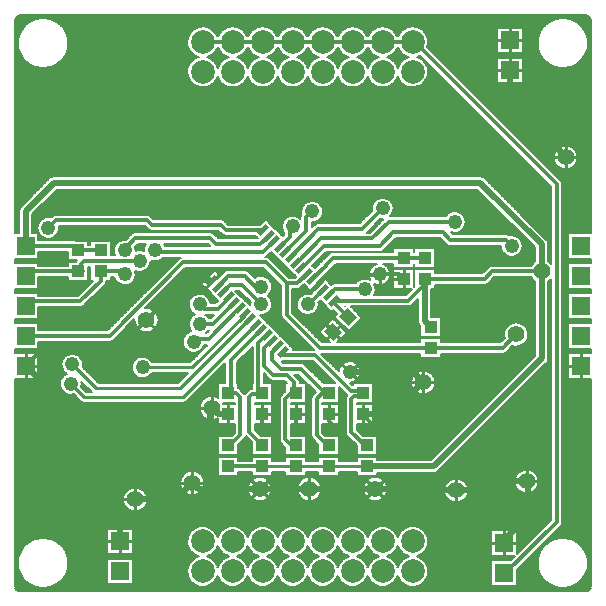
<source format=gbl>
%FSLAX24Y24*%
%MOIN*%
G04 EasyPC Gerber Version 18.0.8 Build 3632 *
%ADD136R,0.06000X0.06000*%
%ADD10C,0.00500*%
%ADD14C,0.01000*%
%ADD137C,0.01181*%
%ADD138C,0.01969*%
%ADD84C,0.04800*%
%ADD80C,0.05600*%
%ADD15C,0.07874*%
%AMT19*0 Rectangle Pad at angle 45*21,1,0.03940,0.04330,0,0,45*%
%ADD19T19*%
%ADD71R,0.04330X0.03940*%
%AMT146*0 Rectangle Pad at angle 135*21,1,0.01575,0.03937,0,0,135*%
%ADD146T146*%
X0Y0D02*
D02*
D10*
X4275Y9250D02*
Y2325D01*
X4286Y2270*
X4317Y2223*
X4364Y2192*
X4419Y2181*
X23316*
X23371Y2192*
X23418Y2223*
X23449Y2270*
X23460Y2325*
Y9250*
X22700*
Y10100*
X23460*
Y10250*
X22700*
Y11100*
X23460*
Y11250*
X22700*
Y12100*
X23460*
Y12250*
X22700*
Y13100*
X23460*
Y13250*
X22700*
Y14100*
X23460*
Y21223*
X23449Y21278*
X23418Y21324*
X23371Y21355*
X23316Y21366*
X4419*
X4364Y21355*
X4317Y21324*
X4286Y21278*
X4275Y21223*
Y14100*
X4402*
Y14825*
X4409Y14883*
X4431Y14937*
X4467Y14983*
X5417Y15933*
X5463Y15969*
X5517Y15991*
X5575Y15998*
X19775*
X19833Y15991*
X19887Y15969*
X19933Y15933*
X21983Y13883*
X22019Y13837*
X22041Y13783*
X22048Y13725*
Y13163*
X22098Y13124*
X22141Y13078*
Y15649*
X17771Y20018*
X17663Y19975*
X17767Y19934*
X17860Y19871*
X17938Y19789*
X17996Y19693*
X18032Y19587*
X18044Y19475*
X18029Y19352*
X17985Y19236*
X17916Y19134*
X17824Y19051*
X17715Y18992*
X17595Y18961*
X17471Y18959*
X17350Y18987*
X17239Y19042*
X17145Y19122*
X17072Y19222*
X17025Y19337*
X16979Y19224*
X16907Y19124*
X16814Y19044*
X16705Y18989*
X16586Y18960*
X16464*
X16345Y18989*
X16236Y19044*
X16143Y19124*
X16071Y19224*
X16025Y19337*
X15979Y19224*
X15907Y19124*
X15814Y19044*
X15705Y18989*
X15586Y18960*
X15464*
X15345Y18989*
X15236Y19044*
X15143Y19124*
X15071Y19224*
X15025Y19337*
X14979Y19224*
X14907Y19124*
X14814Y19044*
X14705Y18989*
X14586Y18960*
X14464*
X14345Y18989*
X14236Y19044*
X14143Y19124*
X14071Y19224*
X14025Y19337*
X13979Y19224*
X13907Y19124*
X13814Y19044*
X13705Y18989*
X13586Y18960*
X13464*
X13345Y18989*
X13236Y19044*
X13143Y19124*
X13071Y19224*
X13025Y19337*
X12979Y19224*
X12907Y19124*
X12814Y19044*
X12705Y18989*
X12586Y18960*
X12464*
X12345Y18989*
X12236Y19044*
X12143Y19124*
X12071Y19224*
X12025Y19337*
X11979Y19224*
X11907Y19124*
X11814Y19044*
X11705Y18989*
X11586Y18960*
X11464*
X11345Y18989*
X11236Y19044*
X11143Y19124*
X11071Y19224*
X11025Y19337*
X10978Y19222*
X10905Y19122*
X10811Y19042*
X10700Y18987*
X10579Y18959*
X10455Y18961*
X10335Y18992*
X10226Y19051*
X10134Y19134*
X10065Y19236*
X10021Y19352*
X10006Y19475*
X10018Y19587*
X10054Y19693*
X10112Y19789*
X10190Y19871*
X10283Y19934*
X10387Y19975*
X10283Y20016*
X10190Y20079*
X10112Y20161*
X10054Y20257*
X10018Y20363*
X10006Y20475*
X10020Y20594*
X10061Y20707*
X10127Y20807*
X10213Y20890*
X10317Y20950*
X10431Y20985*
X10551Y20993*
X10669Y20973*
X10780Y20927*
X10877Y20856*
X10955Y20765*
X11010Y20659*
X11040*
X11098Y20770*
X11181Y20863*
X11284Y20934*
X11401Y20979*
X11525Y20994*
X11649Y20979*
X11766Y20934*
X11869Y20863*
X11952Y20770*
X12010Y20659*
X12040*
X12098Y20770*
X12181Y20863*
X12284Y20934*
X12401Y20979*
X12525Y20994*
X12649Y20979*
X12766Y20934*
X12869Y20863*
X12952Y20770*
X13010Y20659*
X13040*
X13098Y20770*
X13181Y20863*
X13284Y20934*
X13401Y20979*
X13525Y20994*
X13649Y20979*
X13766Y20934*
X13869Y20863*
X13952Y20770*
X14010Y20659*
X14040*
X14098Y20770*
X14181Y20863*
X14284Y20934*
X14401Y20979*
X14525Y20994*
X14649Y20979*
X14766Y20934*
X14869Y20863*
X14952Y20770*
X15010Y20659*
X15040*
X15098Y20770*
X15181Y20863*
X15284Y20934*
X15401Y20979*
X15525Y20994*
X15649Y20979*
X15766Y20934*
X15869Y20863*
X15952Y20770*
X16010Y20659*
X16040*
X16098Y20770*
X16181Y20863*
X16284Y20934*
X16401Y20979*
X16525Y20994*
X16649Y20979*
X16766Y20934*
X16869Y20863*
X16952Y20770*
X17010Y20659*
X17040*
X17098Y20769*
X17180Y20863*
X17283Y20934*
X17399Y20978*
X17522Y20994*
X17646Y20979*
X17763Y20936*
X17866Y20866*
X17949Y20774*
X18008Y20664*
X18039Y20544*
X18041Y20419*
X18012Y20298*
X22455Y15855*
X22495Y15795*
X22509Y15725*
Y4475*
X22495Y4405*
X22455Y4345*
X21000Y2890*
Y2350*
X20150*
Y3200*
X20790*
X20940Y3350*
X20150*
Y4200*
X21000*
Y3410*
X22141Y4551*
Y12572*
X22098Y12526*
X22048Y12487*
Y9925*
X22041Y9867*
X22019Y9813*
X21983Y9767*
X18383Y6167*
X18337Y6131*
X18283Y6109*
X18225Y6102*
X16342*
Y6003*
X15658*
Y6150*
X15066*
Y6003*
X14384*
Y6150*
X13966*
Y6003*
X13284*
Y6150*
X12842*
Y6003*
X12158*
Y6141*
X11716*
Y6003*
X11034*
Y6647*
X11716*
Y6509*
X12158*
Y6647*
X12842*
Y6500*
X13284*
Y6647*
X13966*
Y6500*
X14384*
Y6647*
X15066*
Y6500*
X15658*
Y6647*
X16342*
Y6548*
X18132*
X21602Y10018*
Y12487*
X21523Y12555*
X21464Y12641*
X20251*
X20055Y12445*
X19995Y12405*
X19925Y12391*
X18266*
Y12253*
X18148*
Y11297*
X18466*
Y10653*
X17784*
Y11000*
X17767Y11017*
X17731Y11063*
X17709Y11117*
X17702Y11175*
Y11916*
X17503Y11718*
X17443Y11678*
X17373Y11664*
X15462*
X15842Y11284*
X15386Y10828*
X14903Y11311*
X15007Y11415*
X14881Y11541*
X14817Y11476*
X14529Y11764*
X14529Y11764*
X14455Y11838*
X14441Y11852*
X14383Y11794*
X14390Y11725*
X14375Y11622*
X14332Y11528*
X14264Y11449*
X14177Y11393*
X14077Y11364*
X13973*
X13873Y11393*
X13786Y11449*
X13718Y11528*
X13675Y11622*
X13660Y11725*
X13673Y11822*
X13712Y11913*
X13773Y11989*
X13853Y12047*
X13945Y12081*
X14043Y12090*
X14140Y12071*
X14181Y12112*
X13898Y12395*
X13798Y12295*
X13738Y12255*
X13668Y12241*
X13509*
Y11451*
X14501Y10459*
X14766*
X14408Y10816*
X14864Y11272*
X15347Y10789*
X15017Y10459*
X17784*
Y10597*
X18466*
Y10459*
X20449*
X20590Y10600*
X20575Y10662*
X20570Y10725*
X20584Y10830*
X20624Y10927*
X20689Y11011*
X20773Y11076*
X20870Y11116*
X20975Y11130*
X21080Y11116*
X21177Y11076*
X21261Y11011*
X21326Y10927*
X21366Y10830*
X21380Y10725*
X21365Y10617*
X21323Y10517*
X21255Y10432*
X21167Y10368*
X21065Y10330*
X20957Y10320*
X20850Y10340*
X20655Y10145*
X20595Y10105*
X20525Y10091*
X18466*
Y9953*
X17784*
Y10091*
X14469*
X15061Y9499*
X15082Y9599*
X15129Y9689*
X15200Y9762*
X15288Y9813*
X15386Y9838*
X15488Y9835*
X15585Y9803*
X15669Y9746*
X15734Y9669*
X15776Y9576*
X15790Y9475*
X15779Y9384*
X15745Y9300*
X15692Y9226*
X15621Y9167*
X15539Y9128*
X15449Y9111*
X15534Y9027*
Y9097*
X16216*
Y8453*
X15659*
Y8397*
X16216*
Y7753*
X15659*
Y7551*
X15863Y7347*
X16342*
Y6703*
X15658*
Y7031*
X15345Y7345*
X15305Y7405*
X15291Y7475*
Y8575*
X15304Y8642*
X15340Y8700*
X15066Y8973*
Y8453*
X14509*
Y8397*
X15066*
Y7753*
X14509*
Y7451*
X14613Y7347*
X15066*
Y6703*
X14384*
Y7056*
X14195Y7245*
X14155Y7305*
X14141Y7375*
Y8575*
X14155Y8645*
X14195Y8705*
X14291Y8801*
X13717Y9375*
X13585*
X13705Y9255*
X13745Y9195*
X13759Y9125*
Y9097*
X13966*
Y8453*
X13459*
Y8397*
X13966*
Y7753*
X13459*
Y7347*
X13966*
Y6703*
X13284*
Y6956*
X13145Y7095*
X13105Y7155*
X13091Y7225*
Y8575*
X13105Y8645*
X13145Y8705*
X13284Y8844*
Y9097*
X13343*
X13249Y9191*
X12875*
X12805Y9205*
X12745Y9245*
X12559Y9431*
Y9097*
X12842*
Y8453*
X12259*
Y8397*
X12842*
Y7753*
X12259*
Y7551*
X12463Y7347*
X12842*
Y6703*
X12158*
Y7131*
X11955Y7335*
X11936Y7286*
X11905Y7245*
X11716Y7056*
Y6703*
X11034*
Y7347*
X11487*
X11591Y7451*
Y7753*
X11034*
Y7928*
X10936Y7885*
X10830Y7870*
X10724Y7883*
X10626Y7922*
X10541Y7987*
X10475Y8071*
X10434Y8169*
X10420Y8275*
X10434Y8381*
X10475Y8479*
X10540Y8563*
X10626Y8627*
X10724Y8667*
X10830Y8680*
X10936Y8665*
X11034Y8622*
Y9097*
X11275*
Y9776*
X10001Y8501*
X9944Y8463*
X9877Y8450*
X6575*
X6508Y8463*
X6451Y8501*
X6228Y8725*
X6128Y8710*
X6029Y8723*
X5936Y8762*
X5858Y8826*
X5801Y8908*
X5767Y9003*
X5761Y9103*
X5782Y9201*
X5830Y9290*
X5899Y9362*
X5986Y9413*
X5913Y9471*
X5857Y9546*
X5822Y9632*
X5810Y9725*
X5825Y9828*
X5868Y9922*
X5936Y10001*
X6023Y10057*
X6123Y10086*
X6227*
X6327Y10057*
X6414Y10001*
X6482Y9922*
X6525Y9828*
X6540Y9725*
X6530Y9640*
X7054Y9116*
X9687*
X10021Y9450*
X8845*
X8781Y9365*
X8695Y9302*
X8594Y9267*
X8487Y9262*
X8384Y9288*
X8293Y9344*
X8221Y9423*
X8176Y9519*
X8160Y9625*
X8176Y9731*
X8221Y9827*
X8293Y9906*
X8384Y9962*
X8487Y9988*
X8594Y9983*
X8695Y9948*
X8781Y9885*
X8845Y9800*
X10103*
X10678Y10375*
X10576*
X10534Y10280*
X10466Y10201*
X10379Y10144*
X10279Y10114*
X10175Y10113*
X10074Y10142*
X9987Y10199*
X9918Y10277*
X9875Y10372*
X9860Y10475*
X9874Y10574*
X9913Y10665*
X9976Y10742*
X10058Y10800*
X10152Y10833*
X10099Y10911*
X10068Y11001*
X10061Y11095*
X10078Y11189*
X10119Y11274*
X10181Y11346*
X10259Y11400*
X10177Y11457*
X10114Y11534*
X10074Y11626*
X10060Y11725*
X10074Y11825*
X10115Y11917*
X10179Y11995*
X10262Y12052*
X10358Y12084*
X10458Y12088*
X10557Y12065*
X10645Y12016*
X10716Y11945*
X10765Y11857*
X10788Y11759*
X10949*
X11043Y11853*
X10659Y12238*
X10659Y12238*
X10478Y12419*
X10933Y12874*
X11112Y12695*
X11234Y12816*
X11299Y12860*
X11375Y12875*
X11925*
X12001Y12860*
X12066Y12816*
X12264Y12619*
X12352Y12665*
X12449Y12685*
X12549Y12679*
X12642Y12645*
X12724Y12588*
X12787Y12511*
X12826Y12420*
X12840Y12321*
X12830Y12235*
X12799Y12153*
X12750Y12081*
X12686Y12023*
X12762Y11951*
X12814Y11859*
X12839Y11757*
X12833Y11651*
X12797Y11552*
X12734Y11468*
X12650Y11405*
X12551Y11368*
X12446Y11361*
X13031Y10776*
X13105Y10702*
X13212Y10595*
X13286Y10521*
X13574Y10233*
X13550Y10209*
X14231*
X13195Y11245*
X13155Y11305*
X13141Y11375*
Y12349*
X12549Y12941*
X9951*
X8614Y11603*
X8725Y11598*
X8831Y11562*
X8923Y11499*
X8995Y11413*
X9040Y11311*
X9055Y11200*
X9041Y11095*
X9001Y10998*
X8936Y10914*
X8852Y10849*
X8755Y10809*
X8650Y10795*
X8545Y10809*
X8448Y10849*
X8364Y10914*
X8299Y10998*
X8259Y11095*
X8245Y11200*
X8247Y11236*
X7555Y10545*
X7495Y10505*
X7425Y10491*
X5050*
Y10250*
X4275*
Y10100*
X5050*
Y9250*
X4275*
X4366Y3112D02*
X4380Y3267D01*
X4422Y3416*
X4491Y3555*
X4585Y3679*
X4700Y3783*
X4831Y3865*
X4976Y3921*
X5129Y3949*
X5284*
X5436Y3921*
X5581Y3865*
X5713Y3783*
X5827Y3679*
X5921Y3555*
X5990Y3416*
X6032Y3267*
X6047Y3112*
X6032Y2958*
X5990Y2809*
X5921Y2670*
X5827Y2546*
X5713Y2442*
X5581Y2360*
X5436Y2304*
X5284Y2275*
X5129*
X4976Y2304*
X4831Y2360*
X4700Y2442*
X4585Y2546*
X4491Y2670*
X4422Y2809*
X4380Y2958*
X4366Y3112*
Y20435D02*
X4380Y20590D01*
X4422Y20739*
X4491Y20878*
X4585Y21001*
X4700Y21106*
X4831Y21188*
X4976Y21244*
X5129Y21272*
X5284*
X5436Y21244*
X5581Y21188*
X5713Y21106*
X5827Y21001*
X5921Y20878*
X5990Y20739*
X6032Y20590*
X6047Y20435*
X6032Y20281*
X5990Y20132*
X5921Y19993*
X5827Y19869*
X5713Y19764*
X5581Y19683*
X5436Y19627*
X5284Y19598*
X5129*
X4976Y19627*
X4831Y19683*
X4700Y19764*
X4585Y19869*
X4491Y19993*
X4422Y20132*
X4380Y20281*
X4366Y20435*
X7870Y5225D02*
X7884Y5330D01*
X7924Y5427*
X7989Y5511*
X8073Y5576*
X8170Y5616*
X8275Y5630*
X8380Y5616*
X8477Y5576*
X8561Y5511*
X8626Y5427*
X8666Y5330*
X8680Y5225*
X8666Y5120*
X8626Y5023*
X8561Y4939*
X8477Y4874*
X8380Y4834*
X8275Y4820*
X8170Y4834*
X8073Y4874*
X7989Y4939*
X7924Y5023*
X7884Y5120*
X7870Y5225*
X8200Y2400D02*
X7350D01*
Y3250*
X8200*
Y2400*
Y3400D02*
X7350D01*
Y4250*
X8200*
Y3400*
X9770Y5775D02*
X9784Y5880D01*
X9824Y5977*
X9889Y6061*
X9973Y6126*
X10070Y6166*
X10175Y6180*
X10280Y6166*
X10377Y6126*
X10461Y6061*
X10526Y5977*
X10566Y5880*
X10580Y5775*
X10566Y5670*
X10526Y5573*
X10461Y5489*
X10377Y5424*
X10280Y5384*
X10175Y5370*
X10070Y5384*
X9973Y5424*
X9889Y5489*
X9824Y5573*
X9784Y5670*
X9770Y5775*
X10387Y3325D02*
X10283Y3366D01*
X10190Y3429*
X10112Y3511*
X10054Y3607*
X10018Y3713*
X10006Y3825*
X10021Y3948*
X10065Y4064*
X10134Y4166*
X10226Y4249*
X10335Y4308*
X10455Y4339*
X10579Y4341*
X10700Y4313*
X10811Y4258*
X10905Y4178*
X10978Y4078*
X11025Y3963*
X11071Y4076*
X11143Y4176*
X11236Y4256*
X11345Y4311*
X11464Y4340*
X11586*
X11705Y4311*
X11814Y4256*
X11907Y4176*
X11979Y4076*
X12025Y3963*
X12071Y4076*
X12143Y4176*
X12236Y4256*
X12345Y4311*
X12464Y4340*
X12586*
X12705Y4311*
X12814Y4256*
X12907Y4176*
X12979Y4076*
X13025Y3963*
X13071Y4076*
X13143Y4176*
X13236Y4256*
X13345Y4311*
X13464Y4340*
X13586*
X13705Y4311*
X13814Y4256*
X13907Y4176*
X13979Y4076*
X14025Y3963*
X14071Y4076*
X14143Y4176*
X14236Y4256*
X14345Y4311*
X14464Y4340*
X14586*
X14705Y4311*
X14814Y4256*
X14907Y4176*
X14979Y4076*
X15025Y3963*
X15071Y4076*
X15143Y4176*
X15236Y4256*
X15345Y4311*
X15464Y4340*
X15586*
X15705Y4311*
X15814Y4256*
X15907Y4176*
X15979Y4076*
X16025Y3963*
X16071Y4076*
X16143Y4176*
X16236Y4256*
X16345Y4311*
X16464Y4340*
X16586*
X16705Y4311*
X16814Y4256*
X16907Y4176*
X16979Y4076*
X17025Y3963*
X17072Y4078*
X17145Y4178*
X17239Y4258*
X17350Y4313*
X17471Y4341*
X17595Y4339*
X17714Y4308*
X17824Y4249*
X17916Y4166*
X17985Y4064*
X18029Y3948*
X18044Y3825*
X18032Y3713*
X17996Y3607*
X17938Y3511*
X17860Y3429*
X17767Y3366*
X17663Y3325*
X17767Y3284*
X17860Y3221*
X17938Y3139*
X17996Y3043*
X18032Y2937*
X18044Y2825*
X18029Y2702*
X17985Y2586*
X17916Y2484*
X17824Y2401*
X17715Y2342*
X17595Y2311*
X17471Y2309*
X17350Y2337*
X17239Y2392*
X17145Y2472*
X17072Y2572*
X17025Y2687*
X16979Y2574*
X16907Y2474*
X16814Y2394*
X16705Y2339*
X16586Y2310*
X16464*
X16345Y2339*
X16236Y2394*
X16143Y2474*
X16071Y2574*
X16025Y2687*
X15979Y2574*
X15907Y2474*
X15814Y2394*
X15705Y2339*
X15586Y2310*
X15464*
X15345Y2339*
X15236Y2394*
X15143Y2474*
X15071Y2574*
X15025Y2687*
X14979Y2574*
X14907Y2474*
X14814Y2394*
X14705Y2339*
X14586Y2310*
X14464*
X14345Y2339*
X14236Y2394*
X14143Y2474*
X14071Y2574*
X14025Y2687*
X13979Y2574*
X13907Y2474*
X13814Y2394*
X13705Y2339*
X13586Y2310*
X13464*
X13345Y2339*
X13236Y2394*
X13143Y2474*
X13071Y2574*
X13025Y2687*
X12979Y2574*
X12907Y2474*
X12814Y2394*
X12705Y2339*
X12586Y2310*
X12464*
X12345Y2339*
X12236Y2394*
X12143Y2474*
X12071Y2574*
X12025Y2687*
X11979Y2574*
X11907Y2474*
X11814Y2394*
X11705Y2339*
X11586Y2310*
X11464*
X11345Y2339*
X11236Y2394*
X11143Y2474*
X11071Y2574*
X11025Y2687*
X10978Y2572*
X10905Y2472*
X10811Y2392*
X10700Y2337*
X10579Y2309*
X10455Y2311*
X10335Y2342*
X10226Y2401*
X10134Y2484*
X10065Y2586*
X10021Y2702*
X10006Y2825*
X10018Y2937*
X10054Y3043*
X10112Y3139*
X10190Y3221*
X10283Y3284*
X10387Y3325*
X12020Y5575D02*
X12034Y5680D01*
X12074Y5777*
X12139Y5861*
X12223Y5926*
X12320Y5966*
X12425Y5980*
X12530Y5966*
X12627Y5926*
X12711Y5861*
X12776Y5777*
X12816Y5680*
X12830Y5575*
X12816Y5470*
X12776Y5373*
X12711Y5289*
X12627Y5224*
X12530Y5184*
X12425Y5170*
X12320Y5184*
X12223Y5224*
X12139Y5289*
X12074Y5373*
X12034Y5470*
X12020Y5575*
X13670D02*
X13684Y5680D01*
X13724Y5777*
X13789Y5861*
X13873Y5926*
X13970Y5966*
X14075Y5980*
X14180Y5966*
X14277Y5926*
X14361Y5861*
X14426Y5777*
X14466Y5680*
X14480Y5575*
X14466Y5470*
X14426Y5373*
X14361Y5289*
X14277Y5224*
X14180Y5184*
X14075Y5170*
X13970Y5184*
X13873Y5224*
X13789Y5289*
X13724Y5373*
X13684Y5470*
X13670Y5575*
X15870D02*
X15884Y5680D01*
X15924Y5777*
X15989Y5861*
X16073Y5926*
X16170Y5966*
X16275Y5980*
X16380Y5966*
X16477Y5926*
X16561Y5861*
X16626Y5777*
X16666Y5680*
X16680Y5575*
X16666Y5470*
X16626Y5373*
X16561Y5289*
X16477Y5224*
X16380Y5184*
X16275Y5170*
X16170Y5184*
X16073Y5224*
X15989Y5289*
X15924Y5373*
X15884Y5470*
X15870Y5575*
X17470Y9125D02*
X17484Y9230D01*
X17524Y9327*
X17589Y9411*
X17673Y9476*
X17770Y9516*
X17875Y9530*
X17980Y9516*
X18077Y9476*
X18161Y9411*
X18226Y9327*
X18266Y9230*
X18280Y9125*
X18266Y9020*
X18226Y8923*
X18161Y8839*
X18077Y8774*
X17980Y8734*
X17875Y8720*
X17770Y8734*
X17673Y8774*
X17589Y8839*
X17524Y8923*
X17484Y9020*
X17470Y9125*
X18570Y5525D02*
X18584Y5630D01*
X18624Y5727*
X18689Y5811*
X18773Y5876*
X18870Y5916*
X18975Y5930*
X19080Y5916*
X19177Y5876*
X19261Y5811*
X19326Y5727*
X19366Y5630*
X19380Y5525*
X19366Y5420*
X19326Y5323*
X19261Y5239*
X19177Y5174*
X19080Y5134*
X18975Y5120*
X18870Y5134*
X18773Y5174*
X18689Y5239*
X18624Y5323*
X18584Y5420*
X18570Y5525*
X20350Y19950D02*
X21200D01*
Y19100*
X20350*
Y19950*
Y20950D02*
X21200D01*
Y20100*
X20350*
Y20950*
X20920Y5825D02*
X20934Y5930D01*
X20974Y6027*
X21039Y6111*
X21123Y6176*
X21220Y6216*
X21325Y6230*
X21430Y6216*
X21527Y6176*
X21611Y6111*
X21676Y6027*
X21716Y5930*
X21730Y5825*
X21716Y5720*
X21676Y5623*
X21611Y5539*
X21527Y5474*
X21430Y5434*
X21325Y5420*
X21220Y5434*
X21123Y5474*
X21039Y5539*
X20974Y5623*
X20934Y5720*
X20920Y5825*
X21688Y3112D02*
X21703Y3267D01*
X21745Y3416*
X21814Y3555*
X21908Y3679*
X22022Y3783*
X22154Y3865*
X22299Y3921*
X22451Y3949*
X22606*
X22759Y3921*
X22904Y3865*
X23036Y3783*
X23150Y3679*
X23244Y3555*
X23313Y3416*
X23355Y3267*
X23369Y3112*
X23355Y2958*
X23313Y2809*
X23244Y2670*
X23150Y2546*
X23036Y2442*
X22904Y2360*
X22759Y2304*
X22606Y2275*
X22451*
X22299Y2304*
X22154Y2360*
X22022Y2442*
X21908Y2546*
X21814Y2670*
X21745Y2809*
X21703Y2958*
X21688Y3112*
Y20435D02*
X21703Y20590D01*
X21745Y20739*
X21814Y20878*
X21908Y21001*
X22022Y21106*
X22154Y21188*
X22299Y21244*
X22451Y21272*
X22606*
X22759Y21244*
X22904Y21188*
X23036Y21106*
X23150Y21001*
X23244Y20878*
X23313Y20739*
X23355Y20590*
X23369Y20435*
X23355Y20281*
X23313Y20132*
X23244Y19993*
X23150Y19869*
X23036Y19764*
X22904Y19683*
X22759Y19627*
X22606Y19598*
X22451*
X22299Y19627*
X22154Y19683*
X22022Y19764*
X21908Y19869*
X21814Y19993*
X21745Y20132*
X21703Y20281*
X21688Y20435*
X22220Y16625D02*
X22234Y16730D01*
X22274Y16827*
X22339Y16911*
X22423Y16976*
X22520Y17016*
X22625Y17030*
X22730Y17016*
X22827Y16976*
X22911Y16911*
X22976Y16827*
X23016Y16730*
X23030Y16625*
X23016Y16520*
X22976Y16423*
X22911Y16339*
X22827Y16274*
X22730Y16234*
X22625Y16220*
X22520Y16234*
X22423Y16274*
X22339Y16339*
X22274Y16423*
X22234Y16520*
X22220Y16625*
X4371Y2189D02*
X23364D01*
X4305Y2237D02*
X23430D01*
X4281Y2285D02*
X5056D01*
X5357D02*
X22378D01*
X22679D02*
X23454D01*
X4275Y2333D02*
X4890D01*
X5522D02*
X10359D01*
X10691D02*
X11359D01*
X11691D02*
X12359D01*
X12691D02*
X13359D01*
X13691D02*
X14359D01*
X14691D02*
X15359D01*
X15691D02*
X16359D01*
X16691D02*
X17359D01*
X17691D02*
X22213D01*
X22845D02*
X23460D01*
X4275Y2381D02*
X4791D01*
X5621D02*
X10256D01*
X10794D02*
X11256D01*
X11794D02*
X12256D01*
X12794D02*
X13256D01*
X13794D02*
X14256D01*
X14794D02*
X15256D01*
X15794D02*
X16256D01*
X16794D02*
X17256D01*
X17794D02*
X20150D01*
X21000D02*
X22114D01*
X22944D02*
X23460D01*
X4275Y2430D02*
X4716D01*
X5696D02*
X7350D01*
X8200D02*
X10189D01*
X10861D02*
X11189D01*
X11861D02*
X12189D01*
X12861D02*
X13189D01*
X13861D02*
X14189D01*
X14861D02*
X15189D01*
X15861D02*
X16189D01*
X16861D02*
X17189D01*
X17861D02*
X20150D01*
X21000D02*
X22039D01*
X23019D02*
X23460D01*
X4275Y2478D02*
X4655D01*
X5757D02*
X7350D01*
X8200D02*
X10140D01*
X10910D02*
X11140D01*
X11910D02*
X12140D01*
X12910D02*
X13140D01*
X13910D02*
X14140D01*
X14910D02*
X15140D01*
X15910D02*
X16140D01*
X16910D02*
X17140D01*
X17910D02*
X20150D01*
X21000D02*
X21978D01*
X23080D02*
X23460D01*
X4275Y2526D02*
X4604D01*
X5808D02*
X7350D01*
X8200D02*
X10101D01*
X10949D02*
X11101D01*
X11949D02*
X12101D01*
X12949D02*
X13101D01*
X13949D02*
X14101D01*
X14949D02*
X15101D01*
X15949D02*
X16101D01*
X16949D02*
X17101D01*
X17949D02*
X20150D01*
X21000D02*
X21927D01*
X23131D02*
X23460D01*
X4275Y2574D02*
X4561D01*
X5851D02*
X7350D01*
X8200D02*
X10071D01*
X10979D02*
X11071D01*
X11979D02*
X12071D01*
X12979D02*
X13071D01*
X13979D02*
X14071D01*
X14979D02*
X15071D01*
X15979D02*
X16071D01*
X16979D02*
X17071D01*
X17979D02*
X20150D01*
X21000D02*
X21884D01*
X23174D02*
X23460D01*
X4275Y2622D02*
X4524D01*
X5889D02*
X7350D01*
X8200D02*
X10048D01*
X11002D02*
X11048D01*
X12002D02*
X12048D01*
X13002D02*
X13048D01*
X14002D02*
X14048D01*
X15002D02*
X15048D01*
X16002D02*
X16048D01*
X17002D02*
X17048D01*
X18002D02*
X20150D01*
X21000D02*
X21847D01*
X23211D02*
X23460D01*
X4275Y2670D02*
X4492D01*
X5921D02*
X7350D01*
X8200D02*
X10030D01*
X11020D02*
X11030D01*
X12020D02*
X12030D01*
X13020D02*
X13030D01*
X14020D02*
X14030D01*
X15020D02*
X15030D01*
X16020D02*
X16030D01*
X17020D02*
X17030D01*
X18020D02*
X20150D01*
X21000D02*
X21814D01*
X23243D02*
X23460D01*
X4275Y2718D02*
X4464D01*
X5948D02*
X7350D01*
X8200D02*
X10018D01*
X18032D02*
X20150D01*
X21000D02*
X21787D01*
X23271D02*
X23460D01*
X4275Y2766D02*
X4440D01*
X5972D02*
X7350D01*
X8200D02*
X10010D01*
X18040D02*
X20150D01*
X21000D02*
X21763D01*
X23295D02*
X23460D01*
X4275Y2814D02*
X4420D01*
X5992D02*
X7350D01*
X8200D02*
X10006D01*
X18044D02*
X20150D01*
X21000D02*
X21743D01*
X23315D02*
X23460D01*
X4275Y2862D02*
X4404D01*
X6008D02*
X7350D01*
X8200D02*
X10008D01*
X18042D02*
X20150D01*
X21000D02*
X21727D01*
X23331D02*
X23460D01*
X4275Y2910D02*
X4390D01*
X6022D02*
X7350D01*
X8200D02*
X10013D01*
X18037D02*
X20150D01*
X21020D02*
X21713D01*
X23345D02*
X23460D01*
X4275Y2958D02*
X4380D01*
X6032D02*
X7350D01*
X8200D02*
X10024D01*
X18026D02*
X20150D01*
X21068D02*
X21703D01*
X23355D02*
X23460D01*
X4275Y3006D02*
X4372D01*
X6040D02*
X7350D01*
X8200D02*
X10039D01*
X18011D02*
X20150D01*
X21116D02*
X21695D01*
X23363D02*
X23460D01*
X4275Y3054D02*
X4368D01*
X6045D02*
X7350D01*
X8200D02*
X10060D01*
X17990D02*
X20150D01*
X21164D02*
X21690D01*
X23367D02*
X23460D01*
X4275Y3102D02*
X4366D01*
X6047D02*
X7350D01*
X8200D02*
X10086D01*
X17964D02*
X20150D01*
X21212D02*
X21688D01*
X23369D02*
X23460D01*
X4275Y3150D02*
X4366D01*
X6046D02*
X7350D01*
X8200D02*
X10121D01*
X17929D02*
X20150D01*
X21260D02*
X21689D01*
X23369D02*
X23460D01*
X4275Y3198D02*
X4370D01*
X6042D02*
X7350D01*
X8200D02*
X10165D01*
X17885D02*
X20150D01*
X21308D02*
X21693D01*
X23365D02*
X23460D01*
X4275Y3246D02*
X4376D01*
X6036D02*
X7350D01*
X8200D02*
X10222D01*
X17828D02*
X20836D01*
X21356D02*
X21699D01*
X23359D02*
X23460D01*
X4275Y3294D02*
X4385D01*
X6027D02*
X10304D01*
X17746D02*
X20884D01*
X21404D02*
X21708D01*
X23350D02*
X23460D01*
X4275Y3342D02*
X4398D01*
X6015D02*
X10336D01*
X17714D02*
X20932D01*
X21452D02*
X21720D01*
X23337D02*
X23460D01*
X4275Y3390D02*
X4413D01*
X5999D02*
X10242D01*
X17808D02*
X20150D01*
X21500D02*
X21736D01*
X23322D02*
X23460D01*
X4275Y3438D02*
X4431D01*
X5981D02*
X7350D01*
X8200D02*
X10179D01*
X17871D02*
X20150D01*
X21000D02*
X21028D01*
X21548D02*
X21754D01*
X23304D02*
X23460D01*
X4275Y3486D02*
X4453D01*
X5959D02*
X7350D01*
X8200D02*
X10132D01*
X17918D02*
X20150D01*
X21000D02*
X21076D01*
X21596D02*
X21776D01*
X23282D02*
X23460D01*
X4275Y3534D02*
X4479D01*
X5933D02*
X7350D01*
X8200D02*
X10095D01*
X17955D02*
X20150D01*
X21000D02*
X21124D01*
X21645D02*
X21802D01*
X23256D02*
X23460D01*
X4275Y3582D02*
X4509D01*
X5903D02*
X7350D01*
X8200D02*
X10067D01*
X17983D02*
X20150D01*
X21000D02*
X21172D01*
X21693D02*
X21832D01*
X23226D02*
X23460D01*
X4275Y3630D02*
X4544D01*
X5868D02*
X7350D01*
X8200D02*
X10044D01*
X18006D02*
X20150D01*
X21000D02*
X21220D01*
X21741D02*
X21867D01*
X23191D02*
X23460D01*
X4275Y3678D02*
X4585D01*
X5828D02*
X7350D01*
X8200D02*
X10027D01*
X18023D02*
X20150D01*
X21000D02*
X21268D01*
X21789D02*
X21907D01*
X23150D02*
X23460D01*
X4275Y3726D02*
X4632D01*
X5780D02*
X7350D01*
X8200D02*
X10016D01*
X18034D02*
X20150D01*
X21000D02*
X21316D01*
X21837D02*
X21955D01*
X23103D02*
X23460D01*
X4275Y3774D02*
X4688D01*
X5724D02*
X7350D01*
X8200D02*
X10009D01*
X18041D02*
X20150D01*
X21000D02*
X21364D01*
X21885D02*
X22011D01*
X23047D02*
X23460D01*
X4275Y3822D02*
X4756D01*
X5656D02*
X7350D01*
X8200D02*
X10006D01*
X18044D02*
X20150D01*
X21000D02*
X21412D01*
X21933D02*
X22079D01*
X22979D02*
X23460D01*
X4275Y3870D02*
X4843D01*
X5569D02*
X7350D01*
X8200D02*
X10008D01*
X18042D02*
X20150D01*
X21000D02*
X21460D01*
X21981D02*
X22166D01*
X22892D02*
X23460D01*
X4275Y3919D02*
X4968D01*
X5444D02*
X7350D01*
X8200D02*
X10015D01*
X18035D02*
X20150D01*
X21000D02*
X21508D01*
X22029D02*
X22291D01*
X22767D02*
X23460D01*
X4275Y3967D02*
X7350D01*
X8200D02*
X10026D01*
X11024D02*
X11026D01*
X12024D02*
X12026D01*
X13024D02*
X13026D01*
X14024D02*
X14026D01*
X15024D02*
X15026D01*
X16024D02*
X16026D01*
X17024D02*
X17026D01*
X18024D02*
X20150D01*
X21000D02*
X21556D01*
X22077D02*
X23460D01*
X4275Y4015D02*
X7350D01*
X8200D02*
X10042D01*
X11008D02*
X11042D01*
X12008D02*
X12042D01*
X13008D02*
X13042D01*
X14008D02*
X14042D01*
X15008D02*
X15042D01*
X16008D02*
X16042D01*
X17008D02*
X17042D01*
X18008D02*
X20150D01*
X21000D02*
X21604D01*
X22125D02*
X23460D01*
X4275Y4063D02*
X7350D01*
X8200D02*
X10064D01*
X10986D02*
X11064D01*
X11986D02*
X12064D01*
X12986D02*
X13064D01*
X13986D02*
X14064D01*
X14986D02*
X15064D01*
X15986D02*
X16064D01*
X16986D02*
X17064D01*
X17986D02*
X20150D01*
X21000D02*
X21652D01*
X22173D02*
X23460D01*
X4275Y4111D02*
X7350D01*
X8200D02*
X10092D01*
X10958D02*
X11092D01*
X11958D02*
X12092D01*
X12958D02*
X13092D01*
X13958D02*
X14092D01*
X14958D02*
X15092D01*
X15958D02*
X16092D01*
X16958D02*
X17092D01*
X17958D02*
X20150D01*
X21000D02*
X21700D01*
X22221D02*
X23460D01*
X4275Y4159D02*
X7350D01*
X8200D02*
X10128D01*
X10922D02*
X11128D01*
X11922D02*
X12128D01*
X12922D02*
X13128D01*
X13922D02*
X14128D01*
X14922D02*
X15128D01*
X15922D02*
X16128D01*
X16922D02*
X17128D01*
X17922D02*
X20150D01*
X21000D02*
X21748D01*
X22269D02*
X23460D01*
X4275Y4207D02*
X7350D01*
X8200D02*
X10174D01*
X10876D02*
X11174D01*
X11876D02*
X12174D01*
X12876D02*
X13174D01*
X13876D02*
X14174D01*
X14876D02*
X15174D01*
X15876D02*
X16174D01*
X16876D02*
X17174D01*
X17876D02*
X21796D01*
X22317D02*
X23460D01*
X4275Y4255D02*
X10234D01*
X10816D02*
X11234D01*
X11816D02*
X12234D01*
X12816D02*
X13234D01*
X13816D02*
X14234D01*
X14816D02*
X15234D01*
X15816D02*
X16234D01*
X16816D02*
X17234D01*
X17816D02*
X21844D01*
X22365D02*
X23460D01*
X4275Y4303D02*
X10323D01*
X10727D02*
X11323D01*
X11727D02*
X12323D01*
X12727D02*
X13323D01*
X13727D02*
X14323D01*
X14727D02*
X15323D01*
X15727D02*
X16323D01*
X16727D02*
X17323D01*
X17727D02*
X21892D01*
X22413D02*
X23460D01*
X4275Y4351D02*
X21941D01*
X22461D02*
X23460D01*
X4275Y4399D02*
X21989D01*
X22493D02*
X23460D01*
X4275Y4447D02*
X22037D01*
X22507D02*
X23460D01*
X4275Y4495D02*
X22085D01*
X22509D02*
X23460D01*
X4275Y4543D02*
X22133D01*
X22509D02*
X23460D01*
X4275Y4591D02*
X22141D01*
X22509D02*
X23460D01*
X4275Y4639D02*
X22141D01*
X22509D02*
X23460D01*
X4275Y4687D02*
X22141D01*
X22509D02*
X23460D01*
X4275Y4735D02*
X22141D01*
X22509D02*
X23460D01*
X4275Y4783D02*
X22141D01*
X22509D02*
X23460D01*
X4275Y4831D02*
X8181D01*
X8369D02*
X22141D01*
X22509D02*
X23460D01*
X4275Y4879D02*
X8064D01*
X8486D02*
X22141D01*
X22509D02*
X23460D01*
X4275Y4927D02*
X8001D01*
X8549D02*
X22141D01*
X22509D02*
X23460D01*
X4275Y4975D02*
X7956D01*
X8594D02*
X22141D01*
X22509D02*
X23460D01*
X4275Y5023D02*
X7924D01*
X8626D02*
X22141D01*
X22509D02*
X23460D01*
X4275Y5071D02*
X7900D01*
X8650D02*
X22141D01*
X22509D02*
X23460D01*
X4275Y5119D02*
X7884D01*
X8666D02*
X22141D01*
X22509D02*
X23460D01*
X4275Y5167D02*
X7874D01*
X8676D02*
X18785D01*
X19165D02*
X22141D01*
X22509D02*
X23460D01*
X4275Y5215D02*
X7870D01*
X8680D02*
X12239D01*
X12611D02*
X13889D01*
X14261D02*
X16089D01*
X16461D02*
X18714D01*
X19236D02*
X22141D01*
X22509D02*
X23460D01*
X4275Y5263D02*
X7872D01*
X8678D02*
X12166D01*
X12684D02*
X13816D01*
X14334D02*
X16016D01*
X16534D02*
X18666D01*
X19284D02*
X22141D01*
X22509D02*
X23460D01*
X4275Y5311D02*
X7879D01*
X8671D02*
X12118D01*
X12732D02*
X13768D01*
X14382D02*
X15968D01*
X16582D02*
X18631D01*
X19319D02*
X22141D01*
X22509D02*
X23460D01*
X4275Y5359D02*
X7893D01*
X8657D02*
X12082D01*
X12768D02*
X13732D01*
X14418D02*
X15932D01*
X16618D02*
X18605D01*
X19345D02*
X22141D01*
X22509D02*
X23460D01*
X4275Y5407D02*
X7913D01*
X8637D02*
X10005D01*
X10345D02*
X12056D01*
X12794D02*
X13706D01*
X14444D02*
X15906D01*
X16644D02*
X18587D01*
X19363D02*
X22141D01*
X22509D02*
X23460D01*
X4275Y5456D02*
X7942D01*
X8608D02*
X9926D01*
X10424D02*
X12038D01*
X12812D02*
X13688D01*
X14462D02*
X15888D01*
X16662D02*
X18576D01*
X19374D02*
X21159D01*
X21491D02*
X22141D01*
X22509D02*
X23460D01*
X4275Y5504D02*
X7981D01*
X8569D02*
X9874D01*
X10476D02*
X12026D01*
X12824D02*
X13676D01*
X14474D02*
X15876D01*
X16674D02*
X18571D01*
X19379D02*
X21079D01*
X21571D02*
X22141D01*
X22509D02*
X23460D01*
X4275Y5552D02*
X8035D01*
X8515D02*
X9837D01*
X10513D02*
X12021D01*
X12829D02*
X13671D01*
X14479D02*
X15871D01*
X16679D02*
X18571D01*
X19379D02*
X21026D01*
X21624D02*
X22141D01*
X22509D02*
X23460D01*
X4275Y5600D02*
X8121D01*
X8429D02*
X9810D01*
X10540D02*
X12021D01*
X12829D02*
X13671D01*
X14479D02*
X15871D01*
X16679D02*
X18577D01*
X19373D02*
X20989D01*
X21661D02*
X22141D01*
X22509D02*
X23460D01*
X4275Y5648D02*
X9791D01*
X10559D02*
X12027D01*
X12823D02*
X13677D01*
X14473D02*
X15877D01*
X16673D02*
X18589D01*
X19361D02*
X20961D01*
X21689D02*
X22141D01*
X22509D02*
X23460D01*
X4275Y5696D02*
X9778D01*
X10572D02*
X12038D01*
X12812D02*
X13688D01*
X14462D02*
X15888D01*
X16662D02*
X18608D01*
X19342D02*
X20941D01*
X21709D02*
X22141D01*
X22509D02*
X23460D01*
X4275Y5744D02*
X9771D01*
X10579D02*
X12057D01*
X12793D02*
X13707D01*
X14443D02*
X15907D01*
X16643D02*
X18634D01*
X19316D02*
X20928D01*
X21722D02*
X22141D01*
X22509D02*
X23460D01*
X4275Y5792D02*
X9770D01*
X10580D02*
X12083D01*
X12767D02*
X13733D01*
X14417D02*
X15933D01*
X16617D02*
X18670D01*
X19280D02*
X20921D01*
X21729D02*
X22141D01*
X22509D02*
X23460D01*
X4275Y5840D02*
X9775D01*
X10575D02*
X12119D01*
X12731D02*
X13769D01*
X14381D02*
X15969D01*
X16581D02*
X18720D01*
X19230D02*
X20920D01*
X21730D02*
X22141D01*
X22509D02*
X23460D01*
X4275Y5888D02*
X9786D01*
X10564D02*
X12168D01*
X12682D02*
X13818D01*
X14332D02*
X16018D01*
X16532D02*
X18795D01*
X19155D02*
X20925D01*
X21725D02*
X22141D01*
X22509D02*
X23460D01*
X4275Y5936D02*
X9803D01*
X10547D02*
X12241D01*
X12609D02*
X13891D01*
X14259D02*
X16091D01*
X16459D02*
X20935D01*
X21715D02*
X22141D01*
X22509D02*
X23460D01*
X4275Y5984D02*
X9828D01*
X10522D02*
X20952D01*
X21698D02*
X22141D01*
X22509D02*
X23460D01*
X4275Y6032D02*
X9862D01*
X10488D02*
X11034D01*
X11716D02*
X12158D01*
X12842D02*
X13284D01*
X13966D02*
X14384D01*
X15066D02*
X15658D01*
X16342D02*
X20977D01*
X21673D02*
X22141D01*
X22509D02*
X23460D01*
X4275Y6080D02*
X9908D01*
X10442D02*
X11034D01*
X11716D02*
X12158D01*
X12842D02*
X13284D01*
X13966D02*
X14384D01*
X15066D02*
X15658D01*
X16342D02*
X21010D01*
X21640D02*
X22141D01*
X22509D02*
X23460D01*
X4275Y6128D02*
X9976D01*
X10374D02*
X11034D01*
X11716D02*
X12158D01*
X12842D02*
X13284D01*
X13966D02*
X14384D01*
X15066D02*
X15658D01*
X18330D02*
X21056D01*
X21594D02*
X22141D01*
X22509D02*
X23460D01*
X4275Y6176D02*
X10118D01*
X10232D02*
X11034D01*
X18392D02*
X21123D01*
X21527D02*
X22141D01*
X22509D02*
X23460D01*
X4275Y6224D02*
X11034D01*
X18440D02*
X21256D01*
X21394D02*
X22141D01*
X22509D02*
X23460D01*
X4275Y6272D02*
X11034D01*
X18488D02*
X22141D01*
X22509D02*
X23460D01*
X4275Y6320D02*
X11034D01*
X18536D02*
X22141D01*
X22509D02*
X23460D01*
X4275Y6368D02*
X11034D01*
X18584D02*
X22141D01*
X22509D02*
X23460D01*
X4275Y6416D02*
X11034D01*
X18632D02*
X22141D01*
X22509D02*
X23460D01*
X4275Y6464D02*
X11034D01*
X18680D02*
X22141D01*
X22509D02*
X23460D01*
X4275Y6512D02*
X11034D01*
X11716D02*
X12158D01*
X12842D02*
X13284D01*
X13966D02*
X14384D01*
X15066D02*
X15658D01*
X18728D02*
X22141D01*
X22509D02*
X23460D01*
X4275Y6560D02*
X11034D01*
X11716D02*
X12158D01*
X12842D02*
X13284D01*
X13966D02*
X14384D01*
X15066D02*
X15658D01*
X16342D02*
X18144D01*
X18776D02*
X22141D01*
X22509D02*
X23460D01*
X4275Y6608D02*
X11034D01*
X11716D02*
X12158D01*
X12842D02*
X13284D01*
X13966D02*
X14384D01*
X15066D02*
X15658D01*
X16342D02*
X18192D01*
X18824D02*
X22141D01*
X22509D02*
X23460D01*
X4275Y6656D02*
X18240D01*
X18872D02*
X22141D01*
X22509D02*
X23460D01*
X4275Y6704D02*
X11034D01*
X11716D02*
X12158D01*
X12842D02*
X13284D01*
X13966D02*
X14384D01*
X15066D02*
X15658D01*
X16342D02*
X18288D01*
X18920D02*
X22141D01*
X22509D02*
X23460D01*
X4275Y6752D02*
X11034D01*
X11716D02*
X12158D01*
X12842D02*
X13284D01*
X13966D02*
X14384D01*
X15066D02*
X15658D01*
X16342D02*
X18336D01*
X18968D02*
X22141D01*
X22509D02*
X23460D01*
X4275Y6800D02*
X11034D01*
X11716D02*
X12158D01*
X12842D02*
X13284D01*
X13966D02*
X14384D01*
X15066D02*
X15658D01*
X16342D02*
X18384D01*
X19016D02*
X22141D01*
X22509D02*
X23460D01*
X4275Y6848D02*
X11034D01*
X11716D02*
X12158D01*
X12842D02*
X13284D01*
X13966D02*
X14384D01*
X15066D02*
X15658D01*
X16342D02*
X18432D01*
X19064D02*
X22141D01*
X22509D02*
X23460D01*
X4275Y6896D02*
X11034D01*
X11716D02*
X12158D01*
X12842D02*
X13284D01*
X13966D02*
X14384D01*
X15066D02*
X15658D01*
X16342D02*
X18480D01*
X19112D02*
X22141D01*
X22509D02*
X23460D01*
X4275Y6944D02*
X11034D01*
X11716D02*
X12158D01*
X12842D02*
X13284D01*
X13966D02*
X14384D01*
X15066D02*
X15658D01*
X16342D02*
X18529D01*
X19160D02*
X22141D01*
X22509D02*
X23460D01*
X4275Y6993D02*
X11034D01*
X11716D02*
X12158D01*
X12842D02*
X13247D01*
X13966D02*
X14384D01*
X15066D02*
X15658D01*
X16342D02*
X18577D01*
X19209D02*
X22141D01*
X22509D02*
X23460D01*
X4275Y7041D02*
X11034D01*
X11716D02*
X12158D01*
X12842D02*
X13199D01*
X13966D02*
X14384D01*
X15066D02*
X15649D01*
X16342D02*
X18625D01*
X19257D02*
X22141D01*
X22509D02*
X23460D01*
X4275Y7089D02*
X11034D01*
X11749D02*
X12158D01*
X12842D02*
X13151D01*
X13966D02*
X14351D01*
X15066D02*
X15601D01*
X16342D02*
X18673D01*
X19305D02*
X22141D01*
X22509D02*
X23460D01*
X4275Y7137D02*
X11034D01*
X11797D02*
X12153D01*
X12842D02*
X13114D01*
X13966D02*
X14303D01*
X15066D02*
X15553D01*
X16342D02*
X18721D01*
X19353D02*
X22141D01*
X22509D02*
X23460D01*
X4275Y7185D02*
X11034D01*
X11845D02*
X12105D01*
X12842D02*
X13095D01*
X13966D02*
X14255D01*
X15066D02*
X15505D01*
X16342D02*
X18769D01*
X19401D02*
X22141D01*
X22509D02*
X23460D01*
X4275Y7233D02*
X11034D01*
X11893D02*
X12057D01*
X12842D02*
X13091D01*
X13966D02*
X14207D01*
X15066D02*
X15457D01*
X16342D02*
X18817D01*
X19449D02*
X22141D01*
X22509D02*
X23460D01*
X4275Y7281D02*
X11034D01*
X11933D02*
X12009D01*
X12842D02*
X13091D01*
X13966D02*
X14167D01*
X15066D02*
X15409D01*
X16342D02*
X18865D01*
X19497D02*
X22141D01*
X22509D02*
X23460D01*
X4275Y7329D02*
X11034D01*
X11953D02*
X11961D01*
X12842D02*
X13091D01*
X13966D02*
X14147D01*
X15066D02*
X15361D01*
X16342D02*
X18913D01*
X19545D02*
X22141D01*
X22509D02*
X23460D01*
X4275Y7377D02*
X11516D01*
X12434D02*
X13091D01*
X13459D02*
X14141D01*
X14584D02*
X15319D01*
X15834D02*
X18961D01*
X19593D02*
X22141D01*
X22509D02*
X23460D01*
X4275Y7425D02*
X11565D01*
X12385D02*
X13091D01*
X13459D02*
X14141D01*
X14535D02*
X15298D01*
X15785D02*
X19009D01*
X19641D02*
X22141D01*
X22509D02*
X23460D01*
X4275Y7473D02*
X11591D01*
X12337D02*
X13091D01*
X13459D02*
X14141D01*
X14509D02*
X15291D01*
X15737D02*
X19057D01*
X19689D02*
X22141D01*
X22509D02*
X23460D01*
X4275Y7521D02*
X11591D01*
X12289D02*
X13091D01*
X13459D02*
X14141D01*
X14509D02*
X15291D01*
X15689D02*
X19105D01*
X19737D02*
X22141D01*
X22509D02*
X23460D01*
X4275Y7569D02*
X11591D01*
X12259D02*
X13091D01*
X13459D02*
X14141D01*
X14509D02*
X15291D01*
X15659D02*
X19153D01*
X19785D02*
X22141D01*
X22509D02*
X23460D01*
X4275Y7617D02*
X11591D01*
X12259D02*
X13091D01*
X13459D02*
X14141D01*
X14509D02*
X15291D01*
X15659D02*
X19201D01*
X19833D02*
X22141D01*
X22509D02*
X23460D01*
X4275Y7665D02*
X11591D01*
X12259D02*
X13091D01*
X13459D02*
X14141D01*
X14509D02*
X15291D01*
X15659D02*
X19249D01*
X19881D02*
X22141D01*
X22509D02*
X23460D01*
X4275Y7713D02*
X11591D01*
X12259D02*
X13091D01*
X13459D02*
X14141D01*
X14509D02*
X15291D01*
X15659D02*
X19297D01*
X19929D02*
X22141D01*
X22509D02*
X23460D01*
X4275Y7761D02*
X11034D01*
X12842D02*
X13091D01*
X13966D02*
X14141D01*
X15066D02*
X15291D01*
X16216D02*
X19345D01*
X19977D02*
X22141D01*
X22509D02*
X23460D01*
X4275Y7809D02*
X11034D01*
X12842D02*
X13091D01*
X13966D02*
X14141D01*
X15066D02*
X15291D01*
X16216D02*
X19393D01*
X20025D02*
X22141D01*
X22509D02*
X23460D01*
X4275Y7857D02*
X11034D01*
X12842D02*
X13091D01*
X13966D02*
X14141D01*
X15066D02*
X15291D01*
X16216D02*
X19441D01*
X20073D02*
X22141D01*
X22509D02*
X23460D01*
X4275Y7905D02*
X10660D01*
X10990D02*
X11034D01*
X12842D02*
X13091D01*
X13966D02*
X14141D01*
X15066D02*
X15291D01*
X16216D02*
X19489D01*
X20121D02*
X22141D01*
X22509D02*
X23460D01*
X4275Y7953D02*
X10579D01*
X12842D02*
X13091D01*
X13966D02*
X14141D01*
X15066D02*
X15291D01*
X16216D02*
X19537D01*
X20169D02*
X22141D01*
X22509D02*
X23460D01*
X4275Y8001D02*
X10527D01*
X12842D02*
X13091D01*
X13966D02*
X14141D01*
X15066D02*
X15291D01*
X16216D02*
X19585D01*
X20217D02*
X22141D01*
X22509D02*
X23460D01*
X4275Y8049D02*
X10489D01*
X12842D02*
X13091D01*
X13966D02*
X14141D01*
X15066D02*
X15291D01*
X16216D02*
X19633D01*
X20265D02*
X22141D01*
X22509D02*
X23460D01*
X4275Y8097D02*
X10461D01*
X12842D02*
X13091D01*
X13966D02*
X14141D01*
X15066D02*
X15291D01*
X16216D02*
X19681D01*
X20313D02*
X22141D01*
X22509D02*
X23460D01*
X4275Y8145D02*
X10441D01*
X12842D02*
X13091D01*
X13966D02*
X14141D01*
X15066D02*
X15291D01*
X16216D02*
X19729D01*
X20361D02*
X22141D01*
X22509D02*
X23460D01*
X4275Y8193D02*
X10428D01*
X12842D02*
X13091D01*
X13966D02*
X14141D01*
X15066D02*
X15291D01*
X16216D02*
X19777D01*
X20409D02*
X22141D01*
X22509D02*
X23460D01*
X4275Y8241D02*
X10421D01*
X12842D02*
X13091D01*
X13966D02*
X14141D01*
X15066D02*
X15291D01*
X16216D02*
X19825D01*
X20457D02*
X22141D01*
X22509D02*
X23460D01*
X4275Y8289D02*
X10420D01*
X12842D02*
X13091D01*
X13966D02*
X14141D01*
X15066D02*
X15291D01*
X16216D02*
X19873D01*
X20505D02*
X22141D01*
X22509D02*
X23460D01*
X4275Y8337D02*
X10425D01*
X12842D02*
X13091D01*
X13966D02*
X14141D01*
X15066D02*
X15291D01*
X16216D02*
X19921D01*
X20553D02*
X22141D01*
X22509D02*
X23460D01*
X4275Y8385D02*
X10435D01*
X12842D02*
X13091D01*
X13966D02*
X14141D01*
X15066D02*
X15291D01*
X16216D02*
X19969D01*
X20601D02*
X22141D01*
X22509D02*
X23460D01*
X4275Y8433D02*
X10452D01*
X12259D02*
X13091D01*
X13459D02*
X14141D01*
X14509D02*
X15291D01*
X15659D02*
X20017D01*
X20649D02*
X22141D01*
X22509D02*
X23460D01*
X4275Y8481D02*
X6475D01*
X9977D02*
X10477D01*
X12842D02*
X13091D01*
X13966D02*
X14141D01*
X15066D02*
X15291D01*
X16216D02*
X20066D01*
X20697D02*
X22141D01*
X22509D02*
X23460D01*
X4275Y8530D02*
X6423D01*
X10029D02*
X10510D01*
X12842D02*
X13091D01*
X13966D02*
X14141D01*
X15066D02*
X15291D01*
X16216D02*
X20114D01*
X20746D02*
X22141D01*
X22509D02*
X23460D01*
X4275Y8578D02*
X6375D01*
X10077D02*
X10556D01*
X12842D02*
X13091D01*
X13966D02*
X14141D01*
X15066D02*
X15291D01*
X16216D02*
X20162D01*
X20794D02*
X22141D01*
X22509D02*
X23460D01*
X4275Y8626D02*
X6327D01*
X10125D02*
X10622D01*
X11028D02*
X11034D01*
X12842D02*
X13098D01*
X13966D02*
X14148D01*
X15066D02*
X15298D01*
X16216D02*
X20210D01*
X20842D02*
X22141D01*
X22509D02*
X23460D01*
X4275Y8674D02*
X6279D01*
X10173D02*
X10753D01*
X10897D02*
X11034D01*
X12842D02*
X13120D01*
X13966D02*
X14170D01*
X15066D02*
X15320D01*
X16216D02*
X20258D01*
X20890D02*
X22141D01*
X22509D02*
X23460D01*
X4275Y8722D02*
X6034D01*
X6216D02*
X6231D01*
X10221D02*
X11034D01*
X12842D02*
X13161D01*
X13966D02*
X14211D01*
X15066D02*
X15318D01*
X16216D02*
X17838D01*
X17912D02*
X20306D01*
X20938D02*
X22141D01*
X22509D02*
X23460D01*
X4275Y8770D02*
X5925D01*
X10269D02*
X11034D01*
X12842D02*
X13209D01*
X13966D02*
X14259D01*
X15066D02*
X15270D01*
X16216D02*
X17681D01*
X18069D02*
X20354D01*
X20986D02*
X22141D01*
X22509D02*
X23460D01*
X4275Y8818D02*
X5866D01*
X10317D02*
X11034D01*
X12842D02*
X13257D01*
X13966D02*
X14275D01*
X15066D02*
X15222D01*
X16216D02*
X17611D01*
X18139D02*
X20402D01*
X21034D02*
X22141D01*
X22509D02*
X23460D01*
X4275Y8866D02*
X5826D01*
X10365D02*
X11034D01*
X12842D02*
X13284D01*
X13966D02*
X14227D01*
X15066D02*
X15174D01*
X16216D02*
X17564D01*
X18186D02*
X20450D01*
X21082D02*
X22141D01*
X22509D02*
X23460D01*
X4275Y8914D02*
X5798D01*
X10413D02*
X11034D01*
X12842D02*
X13284D01*
X13966D02*
X14179D01*
X15066D02*
X15126D01*
X16216D02*
X17529D01*
X18221D02*
X20498D01*
X21130D02*
X22141D01*
X22509D02*
X23460D01*
X4275Y8962D02*
X5778D01*
X10461D02*
X11034D01*
X12842D02*
X13284D01*
X13966D02*
X14131D01*
X15066D02*
X15078D01*
X16216D02*
X17504D01*
X18246D02*
X20546D01*
X21178D02*
X22141D01*
X22509D02*
X23460D01*
X4275Y9010D02*
X5766D01*
X10509D02*
X11034D01*
X12842D02*
X13284D01*
X13966D02*
X14083D01*
X16216D02*
X17487D01*
X18263D02*
X20594D01*
X21226D02*
X22141D01*
X22509D02*
X23460D01*
X4275Y9058D02*
X5760D01*
X10557D02*
X11034D01*
X12842D02*
X13284D01*
X13966D02*
X14035D01*
X15502D02*
X15534D01*
X16216D02*
X17476D01*
X18274D02*
X20642D01*
X21274D02*
X22141D01*
X22509D02*
X23460D01*
X4275Y9106D02*
X5761D01*
X10605D02*
X11275D01*
X12559D02*
X13334D01*
X13759D02*
X13987D01*
X15454D02*
X17470D01*
X18280D02*
X20690D01*
X21322D02*
X22141D01*
X22509D02*
X23460D01*
X4275Y9154D02*
X5769D01*
X7016D02*
X9725D01*
X10653D02*
X11275D01*
X12559D02*
X13286D01*
X13757D02*
X13939D01*
X15599D02*
X17471D01*
X18279D02*
X20738D01*
X21370D02*
X22141D01*
X22509D02*
X23460D01*
X4275Y9202D02*
X5783D01*
X6968D02*
X9773D01*
X10701D02*
X11275D01*
X12559D02*
X12812D01*
X13742D02*
X13890D01*
X15667D02*
X17477D01*
X18273D02*
X20786D01*
X21418D02*
X22141D01*
X22509D02*
X23460D01*
X5050Y9250D02*
X5805D01*
X6920D02*
X9821D01*
X10749D02*
X11275D01*
X12559D02*
X12740D01*
X13710D02*
X13842D01*
X15712D02*
X17490D01*
X18260D02*
X20834D01*
X21466D02*
X22141D01*
X22509D02*
X22700D01*
X5050Y9298D02*
X5836D01*
X6872D02*
X8363D01*
X8687D02*
X9869D01*
X10797D02*
X11275D01*
X12559D02*
X12692D01*
X13662D02*
X13794D01*
X15744D02*
X17509D01*
X18241D02*
X20882D01*
X21514D02*
X22141D01*
X22509D02*
X22700D01*
X5050Y9346D02*
X5881D01*
X6824D02*
X8290D01*
X8760D02*
X9917D01*
X10845D02*
X11275D01*
X12559D02*
X12644D01*
X13614D02*
X13746D01*
X15766D02*
X17536D01*
X18214D02*
X20930D01*
X21562D02*
X22141D01*
X22509D02*
X22700D01*
X5050Y9394D02*
X5948D01*
X6776D02*
X8242D01*
X8808D02*
X9965D01*
X10893D02*
X11275D01*
X12559D02*
X12596D01*
X15781D02*
X17572D01*
X18178D02*
X20978D01*
X21610D02*
X22141D01*
X22509D02*
X22700D01*
X5050Y9442D02*
X5944D01*
X6728D02*
X8209D01*
X8841D02*
X10013D01*
X10941D02*
X11275D01*
X15789D02*
X17623D01*
X18127D02*
X21026D01*
X21658D02*
X22141D01*
X22509D02*
X22700D01*
X5050Y9490D02*
X5896D01*
X6680D02*
X8186D01*
X10989D02*
X11275D01*
X15790D02*
X17700D01*
X18050D02*
X21074D01*
X21706D02*
X22141D01*
X22509D02*
X22700D01*
X5050Y9538D02*
X5861D01*
X6632D02*
X8170D01*
X11038D02*
X11275D01*
X15022D02*
X15066D01*
X15784D02*
X21122D01*
X21754D02*
X22141D01*
X22509D02*
X22700D01*
X5050Y9586D02*
X5837D01*
X6584D02*
X8162D01*
X11086D02*
X11275D01*
X14974D02*
X15077D01*
X15773D02*
X21170D01*
X21802D02*
X22141D01*
X22509D02*
X22700D01*
X5050Y9634D02*
X5821D01*
X6536D02*
X8160D01*
X11134D02*
X11275D01*
X14926D02*
X15097D01*
X15753D02*
X21218D01*
X21850D02*
X22141D01*
X22509D02*
X22700D01*
X5050Y9682D02*
X5813D01*
X6538D02*
X8165D01*
X11182D02*
X11275D01*
X14878D02*
X15125D01*
X15725D02*
X21266D01*
X21898D02*
X22141D01*
X22509D02*
X22700D01*
X5050Y9730D02*
X5810D01*
X6540D02*
X8176D01*
X11230D02*
X11275D01*
X14830D02*
X15164D01*
X15686D02*
X21314D01*
X21946D02*
X22141D01*
X22509D02*
X22700D01*
X5050Y9778D02*
X5814D01*
X6536D02*
X8194D01*
X14782D02*
X15222D01*
X15628D02*
X21362D01*
X21994D02*
X22141D01*
X22509D02*
X22700D01*
X5050Y9826D02*
X5824D01*
X6526D02*
X8221D01*
X8829D02*
X10129D01*
X14734D02*
X15326D01*
X15524D02*
X21410D01*
X22025D02*
X22141D01*
X22509D02*
X22700D01*
X5050Y9874D02*
X5842D01*
X6508D02*
X8259D01*
X8791D02*
X10177D01*
X14686D02*
X21458D01*
X22043D02*
X22141D01*
X22509D02*
X22700D01*
X5050Y9922D02*
X5868D01*
X6482D02*
X8313D01*
X8737D02*
X10225D01*
X14638D02*
X21506D01*
X22048D02*
X22141D01*
X22509D02*
X22700D01*
X5050Y9970D02*
X5905D01*
X6445D02*
X8407D01*
X8643D02*
X10273D01*
X14590D02*
X17784D01*
X18466D02*
X21554D01*
X22048D02*
X22141D01*
X22509D02*
X22700D01*
X5050Y10019D02*
X5958D01*
X6392D02*
X10321D01*
X14542D02*
X17784D01*
X18466D02*
X21602D01*
X22048D02*
X22141D01*
X22509D02*
X22700D01*
X5050Y10067D02*
X6046D01*
X6304D02*
X10369D01*
X14494D02*
X17784D01*
X18466D02*
X21602D01*
X22048D02*
X22141D01*
X22509D02*
X22700D01*
X4275Y10115D02*
X10167D01*
X10283D02*
X10417D01*
X20615D02*
X21602D01*
X22048D02*
X22141D01*
X22509D02*
X23460D01*
X4275Y10163D02*
X10036D01*
X10414D02*
X10465D01*
X20673D02*
X21602D01*
X22048D02*
X22141D01*
X22509D02*
X23460D01*
X4275Y10211D02*
X9973D01*
X10477D02*
X10513D01*
X13551D02*
X14229D01*
X20721D02*
X21602D01*
X22048D02*
X22141D01*
X22509D02*
X23460D01*
X5050Y10259D02*
X9931D01*
X10519D02*
X10561D01*
X13548D02*
X14181D01*
X20769D02*
X21602D01*
X22048D02*
X22141D01*
X22509D02*
X22700D01*
X5050Y10307D02*
X9901D01*
X10549D02*
X10609D01*
X13500D02*
X14133D01*
X20817D02*
X21602D01*
X22048D02*
X22141D01*
X22509D02*
X22700D01*
X5050Y10355D02*
X9880D01*
X10570D02*
X10657D01*
X13452D02*
X14085D01*
X21139D02*
X21602D01*
X22048D02*
X22141D01*
X22509D02*
X22700D01*
X5050Y10403D02*
X9867D01*
X13404D02*
X14037D01*
X21220D02*
X21602D01*
X22048D02*
X22141D01*
X22509D02*
X22700D01*
X5050Y10451D02*
X9861D01*
X13356D02*
X13989D01*
X21273D02*
X21602D01*
X22048D02*
X22141D01*
X22509D02*
X22700D01*
X7478Y10499D02*
X9861D01*
X13308D02*
X13941D01*
X14461D02*
X14726D01*
X15057D02*
X17784D01*
X18466D02*
X20489D01*
X21311D02*
X21602D01*
X22048D02*
X22141D01*
X22509D02*
X22700D01*
X7557Y10547D02*
X9867D01*
X13260D02*
X13893D01*
X14413D02*
X14678D01*
X15105D02*
X17784D01*
X18466D02*
X20537D01*
X21339D02*
X21602D01*
X22048D02*
X22141D01*
X22509D02*
X22700D01*
X7605Y10595D02*
X9880D01*
X13212D02*
X13845D01*
X14365D02*
X14630D01*
X15153D02*
X17784D01*
X18466D02*
X20585D01*
X21359D02*
X21602D01*
X22048D02*
X22141D01*
X22509D02*
X22700D01*
X7653Y10643D02*
X9901D01*
X13164D02*
X13797D01*
X14317D02*
X14582D01*
X15201D02*
X20578D01*
X21372D02*
X21602D01*
X22048D02*
X22141D01*
X22509D02*
X22700D01*
X7701Y10691D02*
X9931D01*
X13116D02*
X13749D01*
X14269D02*
X14534D01*
X15249D02*
X17784D01*
X18466D02*
X20571D01*
X21379D02*
X21602D01*
X22048D02*
X22141D01*
X22509D02*
X22700D01*
X7749Y10739D02*
X9973D01*
X13068D02*
X13701D01*
X14221D02*
X14486D01*
X15297D02*
X17784D01*
X18466D02*
X20570D01*
X21380D02*
X21602D01*
X22048D02*
X22141D01*
X22509D02*
X22700D01*
X7797Y10787D02*
X10036D01*
X13020D02*
X13653D01*
X14173D02*
X14438D01*
X15345D02*
X17784D01*
X18466D02*
X20575D01*
X21375D02*
X21602D01*
X22048D02*
X22141D01*
X22509D02*
X22700D01*
X7845Y10835D02*
X8474D01*
X8826D02*
X10150D01*
X12972D02*
X13605D01*
X14125D02*
X14427D01*
X15300D02*
X15380D01*
X15393D02*
X17784D01*
X18466D02*
X20585D01*
X21365D02*
X21602D01*
X22048D02*
X22141D01*
X22509D02*
X22700D01*
X7893Y10883D02*
X8398D01*
X8902D02*
X10115D01*
X12924D02*
X13557D01*
X14077D02*
X14475D01*
X15252D02*
X15331D01*
X15441D02*
X17784D01*
X18466D02*
X20602D01*
X21348D02*
X21602D01*
X22048D02*
X22141D01*
X22509D02*
X22700D01*
X7941Y10931D02*
X8347D01*
X8953D02*
X10090D01*
X12876D02*
X13509D01*
X14029D02*
X14523D01*
X15204D02*
X15283D01*
X15489D02*
X17784D01*
X18466D02*
X20626D01*
X21324D02*
X21602D01*
X22048D02*
X22141D01*
X22509D02*
X22700D01*
X7989Y10979D02*
X8311D01*
X8989D02*
X10073D01*
X12828D02*
X13461D01*
X13981D02*
X14571D01*
X15156D02*
X15235D01*
X15537D02*
X17784D01*
X18466D02*
X20660D01*
X21290D02*
X21602D01*
X22048D02*
X22141D01*
X22509D02*
X22700D01*
X8037Y11027D02*
X8284D01*
X9016D02*
X10063D01*
X12780D02*
X13413D01*
X13933D02*
X14619D01*
X15108D02*
X15187D01*
X15585D02*
X17757D01*
X18466D02*
X20705D01*
X21245D02*
X21602D01*
X22048D02*
X22141D01*
X22509D02*
X22700D01*
X8086Y11075D02*
X8265D01*
X9035D02*
X10060D01*
X12732D02*
X13364D01*
X13885D02*
X14667D01*
X15060D02*
X15139D01*
X15633D02*
X17725D01*
X18466D02*
X20772D01*
X21178D02*
X21602D01*
X22048D02*
X22141D01*
X22509D02*
X22700D01*
X8134Y11123D02*
X8252D01*
X9048D02*
X10063D01*
X12684D02*
X13316D01*
X13837D02*
X14715D01*
X15012D02*
X15091D01*
X15681D02*
X17708D01*
X18466D02*
X20901D01*
X21049D02*
X21602D01*
X22048D02*
X22141D01*
X22509D02*
X23460D01*
X8182Y11171D02*
X8246D01*
X9054D02*
X10073D01*
X12636D02*
X13268D01*
X13789D02*
X14763D01*
X14964D02*
X15043D01*
X15729D02*
X17702D01*
X18466D02*
X21602D01*
X22048D02*
X22141D01*
X22509D02*
X23460D01*
X8230Y11219D02*
X8245D01*
X9055D02*
X10090D01*
X12588D02*
X13220D01*
X13741D02*
X14811D01*
X14916D02*
X14995D01*
X15777D02*
X17702D01*
X18466D02*
X21602D01*
X22048D02*
X22141D01*
X22509D02*
X23460D01*
X9049Y11267D02*
X10115D01*
X12540D02*
X13176D01*
X13693D02*
X14859D01*
X14868D02*
X14947D01*
X15825D02*
X17702D01*
X18466D02*
X21602D01*
X22048D02*
X22141D01*
X22509D02*
X22700D01*
X9038Y11315D02*
X10150D01*
X12492D02*
X13151D01*
X13645D02*
X14907D01*
X15810D02*
X17702D01*
X18148D02*
X21602D01*
X22048D02*
X22141D01*
X22509D02*
X22700D01*
X9021Y11363D02*
X10201D01*
X12524D02*
X13141D01*
X13597D02*
X13975D01*
X14075D02*
X14955D01*
X15762D02*
X17702D01*
X18148D02*
X21602D01*
X22048D02*
X22141D01*
X22509D02*
X22700D01*
X8995Y11411D02*
X10238D01*
X12662D02*
X13141D01*
X13549D02*
X13838D01*
X14212D02*
X15003D01*
X15714D02*
X17702D01*
X18148D02*
X21602D01*
X22048D02*
X22141D01*
X22509D02*
X22700D01*
X8961Y11459D02*
X10175D01*
X12725D02*
X13141D01*
X13509D02*
X13775D01*
X14275D02*
X14963D01*
X15666D02*
X17702D01*
X18148D02*
X21602D01*
X22048D02*
X22141D01*
X22509D02*
X22700D01*
X8914Y11507D02*
X10132D01*
X12768D02*
X13141D01*
X13509D02*
X13732D01*
X14318D02*
X14786D01*
X14848D02*
X14915D01*
X15618D02*
X17702D01*
X18148D02*
X21602D01*
X22048D02*
X22141D01*
X22509D02*
X22700D01*
X8844Y11556D02*
X10102D01*
X12798D02*
X13141D01*
X13509D02*
X13702D01*
X14348D02*
X14737D01*
X15570D02*
X17702D01*
X18148D02*
X21602D01*
X22048D02*
X22141D01*
X22509D02*
X22700D01*
X8685Y11604D02*
X10081D01*
X12819D02*
X13141D01*
X13509D02*
X13681D01*
X14369D02*
X14689D01*
X15522D02*
X17702D01*
X18148D02*
X21602D01*
X22048D02*
X22141D01*
X22509D02*
X22700D01*
X8662Y11652D02*
X10067D01*
X12833D02*
X13141D01*
X13509D02*
X13667D01*
X14383D02*
X14641D01*
X15474D02*
X17702D01*
X18148D02*
X21602D01*
X22048D02*
X22141D01*
X22509D02*
X22700D01*
X8710Y11700D02*
X10061D01*
X12839D02*
X13141D01*
X13509D02*
X13661D01*
X14389D02*
X14593D01*
X17482D02*
X17702D01*
X18148D02*
X21602D01*
X22048D02*
X22141D01*
X22509D02*
X22700D01*
X8758Y11748D02*
X10061D01*
X12839D02*
X13141D01*
X13509D02*
X13661D01*
X14389D02*
X14545D01*
X17533D02*
X17702D01*
X18148D02*
X21602D01*
X22048D02*
X22141D01*
X22509D02*
X22700D01*
X8806Y11796D02*
X10067D01*
X10783D02*
X10985D01*
X12833D02*
X13141D01*
X13509D02*
X13667D01*
X14385D02*
X14497D01*
X17581D02*
X17702D01*
X18148D02*
X21602D01*
X22048D02*
X22141D01*
X22509D02*
X22700D01*
X8854Y11844D02*
X10080D01*
X10770D02*
X11033D01*
X12820D02*
X13141D01*
X13509D02*
X13680D01*
X14433D02*
X14449D01*
X17629D02*
X17702D01*
X18148D02*
X21602D01*
X22048D02*
X22141D01*
X22509D02*
X22700D01*
X8902Y11892D02*
X10100D01*
X10750D02*
X11005D01*
X12800D02*
X13141D01*
X13509D02*
X13700D01*
X17677D02*
X17702D01*
X18148D02*
X21602D01*
X22048D02*
X22141D01*
X22509D02*
X22700D01*
X8950Y11940D02*
X10130D01*
X10720D02*
X10957D01*
X12770D02*
X13141D01*
X13509D02*
X13730D01*
X18148D02*
X21602D01*
X22048D02*
X22141D01*
X22509D02*
X22700D01*
X8998Y11988D02*
X10172D01*
X10678D02*
X10909D01*
X12728D02*
X13141D01*
X13509D02*
X13772D01*
X18148D02*
X21602D01*
X22048D02*
X22141D01*
X22509D02*
X22700D01*
X9046Y12036D02*
X10234D01*
X10616D02*
X10861D01*
X12703D02*
X13141D01*
X13509D02*
X13834D01*
X18148D02*
X21602D01*
X22048D02*
X22141D01*
X22509D02*
X22700D01*
X9094Y12084D02*
X10358D01*
X10492D02*
X10813D01*
X12752D02*
X13141D01*
X13509D02*
X13958D01*
X14092D02*
X14152D01*
X18148D02*
X21602D01*
X22048D02*
X22141D01*
X22509D02*
X22700D01*
X9142Y12132D02*
X10765D01*
X12787D02*
X13141D01*
X13509D02*
X14161D01*
X18148D02*
X21602D01*
X22048D02*
X22141D01*
X22509D02*
X23460D01*
X9190Y12180D02*
X10717D01*
X12812D02*
X13141D01*
X13509D02*
X14113D01*
X18148D02*
X21602D01*
X22048D02*
X22141D01*
X22509D02*
X23460D01*
X9238Y12228D02*
X10669D01*
X12828D02*
X13141D01*
X13509D02*
X14065D01*
X18148D02*
X21602D01*
X22048D02*
X22141D01*
X22509D02*
X23460D01*
X9286Y12276D02*
X10621D01*
X12837D02*
X13141D01*
X13776D02*
X14017D01*
X18266D02*
X21602D01*
X22048D02*
X22141D01*
X22509D02*
X22700D01*
X9334Y12324D02*
X10573D01*
X12840D02*
X13141D01*
X13827D02*
X13969D01*
X18266D02*
X21602D01*
X22048D02*
X22141D01*
X22509D02*
X22700D01*
X9382Y12372D02*
X10525D01*
X12836D02*
X13118D01*
X13875D02*
X13921D01*
X18266D02*
X21602D01*
X22048D02*
X22141D01*
X22509D02*
X22700D01*
X9430Y12420D02*
X10480D01*
X12826D02*
X13070D01*
X20024D02*
X21602D01*
X22048D02*
X22141D01*
X22509D02*
X22700D01*
X9478Y12468D02*
X10528D01*
X12809D02*
X13022D01*
X20078D02*
X21602D01*
X22048D02*
X22141D01*
X22509D02*
X22700D01*
X9526Y12516D02*
X10576D01*
X12784D02*
X12974D01*
X20126D02*
X21563D01*
X22087D02*
X22141D01*
X22509D02*
X22700D01*
X9574Y12564D02*
X10624D01*
X12747D02*
X12926D01*
X20174D02*
X21515D01*
X22135D02*
X22141D01*
X22509D02*
X22700D01*
X9622Y12612D02*
X10672D01*
X12695D02*
X12878D01*
X20222D02*
X21480D01*
X22509D02*
X22700D01*
X9671Y12660D02*
X10720D01*
X12222D02*
X12340D01*
X12610D02*
X12829D01*
X22509D02*
X22700D01*
X9719Y12708D02*
X10768D01*
X11099D02*
X11126D01*
X12174D02*
X12781D01*
X22509D02*
X22700D01*
X9767Y12756D02*
X10816D01*
X11051D02*
X11174D01*
X12126D02*
X12733D01*
X22509D02*
X22700D01*
X9815Y12804D02*
X10864D01*
X11003D02*
X11222D01*
X12078D02*
X12685D01*
X22509D02*
X22700D01*
X9863Y12852D02*
X10912D01*
X10955D02*
X11283D01*
X12017D02*
X12637D01*
X22509D02*
X22700D01*
X9911Y12900D02*
X12589D01*
X22509D02*
X22700D01*
X22509Y12948D02*
X22700D01*
X22509Y12996D02*
X22700D01*
X22509Y13044D02*
X22700D01*
X22129Y13093D02*
X22141D01*
X22509D02*
X22700D01*
X22079Y13141D02*
X22141D01*
X22509D02*
X23460D01*
X22048Y13189D02*
X22141D01*
X22509D02*
X23460D01*
X22048Y13237D02*
X22141D01*
X22509D02*
X23460D01*
X22048Y13285D02*
X22141D01*
X22509D02*
X22700D01*
X22048Y13333D02*
X22141D01*
X22509D02*
X22700D01*
X22048Y13381D02*
X22141D01*
X22509D02*
X22700D01*
X22048Y13429D02*
X22141D01*
X22509D02*
X22700D01*
X22048Y13477D02*
X22141D01*
X22509D02*
X22700D01*
X22048Y13525D02*
X22141D01*
X22509D02*
X22700D01*
X22048Y13573D02*
X22141D01*
X22509D02*
X22700D01*
X22048Y13621D02*
X22141D01*
X22509D02*
X22700D01*
X22048Y13669D02*
X22141D01*
X22509D02*
X22700D01*
X22048Y13717D02*
X22141D01*
X22509D02*
X22700D01*
X22045Y13765D02*
X22141D01*
X22509D02*
X22700D01*
X22030Y13813D02*
X22141D01*
X22509D02*
X22700D01*
X22002Y13861D02*
X22141D01*
X22509D02*
X22700D01*
X21957Y13909D02*
X22141D01*
X22509D02*
X22700D01*
X21909Y13957D02*
X22141D01*
X22509D02*
X22700D01*
X21861Y14005D02*
X22141D01*
X22509D02*
X22700D01*
X21813Y14053D02*
X22141D01*
X22509D02*
X22700D01*
X4275Y14101D02*
X4402D01*
X21765D02*
X22141D01*
X22509D02*
X23460D01*
X4275Y14149D02*
X4402D01*
X21717D02*
X22141D01*
X22509D02*
X23460D01*
X4275Y14197D02*
X4402D01*
X21669D02*
X22141D01*
X22509D02*
X23460D01*
X4275Y14245D02*
X4402D01*
X21621D02*
X22141D01*
X22509D02*
X23460D01*
X4275Y14293D02*
X4402D01*
X21573D02*
X22141D01*
X22509D02*
X23460D01*
X4275Y14341D02*
X4402D01*
X21525D02*
X22141D01*
X22509D02*
X23460D01*
X4275Y14389D02*
X4402D01*
X21477D02*
X22141D01*
X22509D02*
X23460D01*
X4275Y14437D02*
X4402D01*
X21429D02*
X22141D01*
X22509D02*
X23460D01*
X4275Y14485D02*
X4402D01*
X21381D02*
X22141D01*
X22509D02*
X23460D01*
X4275Y14533D02*
X4402D01*
X21333D02*
X22141D01*
X22509D02*
X23460D01*
X4275Y14581D02*
X4402D01*
X21284D02*
X22141D01*
X22509D02*
X23460D01*
X4275Y14630D02*
X4402D01*
X21236D02*
X22141D01*
X22509D02*
X23460D01*
X4275Y14678D02*
X4402D01*
X21188D02*
X22141D01*
X22509D02*
X23460D01*
X4275Y14726D02*
X4402D01*
X21140D02*
X22141D01*
X22509D02*
X23460D01*
X4275Y14774D02*
X4402D01*
X21092D02*
X22141D01*
X22509D02*
X23460D01*
X4275Y14822D02*
X4402D01*
X21044D02*
X22141D01*
X22509D02*
X23460D01*
X4275Y14870D02*
X4406D01*
X20996D02*
X22141D01*
X22509D02*
X23460D01*
X4275Y14918D02*
X4422D01*
X20948D02*
X22141D01*
X22509D02*
X23460D01*
X4275Y14966D02*
X4451D01*
X20900D02*
X22141D01*
X22509D02*
X23460D01*
X4275Y15014D02*
X4498D01*
X20852D02*
X22141D01*
X22509D02*
X23460D01*
X4275Y15062D02*
X4546D01*
X20804D02*
X22141D01*
X22509D02*
X23460D01*
X4275Y15110D02*
X4594D01*
X20756D02*
X22141D01*
X22509D02*
X23460D01*
X4275Y15158D02*
X4642D01*
X20708D02*
X22141D01*
X22509D02*
X23460D01*
X4275Y15206D02*
X4690D01*
X20660D02*
X22141D01*
X22509D02*
X23460D01*
X4275Y15254D02*
X4738D01*
X20612D02*
X22141D01*
X22509D02*
X23460D01*
X4275Y15302D02*
X4786D01*
X20564D02*
X22141D01*
X22509D02*
X23460D01*
X4275Y15350D02*
X4834D01*
X20516D02*
X22141D01*
X22509D02*
X23460D01*
X4275Y15398D02*
X4882D01*
X20468D02*
X22141D01*
X22509D02*
X23460D01*
X4275Y15446D02*
X4930D01*
X20420D02*
X22141D01*
X22509D02*
X23460D01*
X4275Y15494D02*
X4978D01*
X20372D02*
X22141D01*
X22509D02*
X23460D01*
X4275Y15542D02*
X5026D01*
X20324D02*
X22141D01*
X22509D02*
X23460D01*
X4275Y15590D02*
X5074D01*
X20276D02*
X22141D01*
X22509D02*
X23460D01*
X4275Y15638D02*
X5122D01*
X20228D02*
X22141D01*
X22509D02*
X23460D01*
X4275Y15686D02*
X5170D01*
X20180D02*
X22104D01*
X22509D02*
X23460D01*
X4275Y15734D02*
X5218D01*
X20132D02*
X22055D01*
X22509D02*
X23460D01*
X4275Y15782D02*
X5266D01*
X20084D02*
X22007D01*
X22500D02*
X23460D01*
X4275Y15830D02*
X5314D01*
X20036D02*
X21959D01*
X22476D02*
X23460D01*
X4275Y15878D02*
X5362D01*
X19988D02*
X21911D01*
X22432D02*
X23460D01*
X4275Y15926D02*
X5410D01*
X19940D02*
X21863D01*
X22384D02*
X23460D01*
X4275Y15974D02*
X5474D01*
X19876D02*
X21815D01*
X22336D02*
X23460D01*
X4275Y16022D02*
X21767D01*
X22288D02*
X23460D01*
X4275Y16070D02*
X21719D01*
X22240D02*
X23460D01*
X4275Y16119D02*
X21671D01*
X22192D02*
X23460D01*
X4275Y16167D02*
X21623D01*
X22144D02*
X23460D01*
X4275Y16215D02*
X21575D01*
X22096D02*
X23460D01*
X4275Y16263D02*
X21527D01*
X22048D02*
X22444D01*
X22806D02*
X23460D01*
X4275Y16311D02*
X21479D01*
X22000D02*
X22370D01*
X22880D02*
X23460D01*
X4275Y16359D02*
X21431D01*
X21952D02*
X22320D01*
X22930D02*
X23460D01*
X4275Y16407D02*
X21383D01*
X21904D02*
X22284D01*
X22966D02*
X23460D01*
X4275Y16455D02*
X21335D01*
X21856D02*
X22258D01*
X22992D02*
X23460D01*
X4275Y16503D02*
X21287D01*
X21808D02*
X22239D01*
X23011D02*
X23460D01*
X4275Y16551D02*
X21239D01*
X21760D02*
X22227D01*
X23023D02*
X23460D01*
X4275Y16599D02*
X21191D01*
X21711D02*
X22221D01*
X23029D02*
X23460D01*
X4275Y16647D02*
X21143D01*
X21663D02*
X22221D01*
X23029D02*
X23460D01*
X4275Y16695D02*
X21095D01*
X21615D02*
X22226D01*
X23024D02*
X23460D01*
X4275Y16743D02*
X21047D01*
X21567D02*
X22238D01*
X23012D02*
X23460D01*
X4275Y16791D02*
X20999D01*
X21519D02*
X22256D01*
X22994D02*
X23460D01*
X4275Y16839D02*
X20951D01*
X21471D02*
X22281D01*
X22969D02*
X23460D01*
X4275Y16887D02*
X20903D01*
X21423D02*
X22316D01*
X22934D02*
X23460D01*
X4275Y16935D02*
X20855D01*
X21375D02*
X22364D01*
X22886D02*
X23460D01*
X4275Y16983D02*
X20807D01*
X21327D02*
X22436D01*
X22814D02*
X23460D01*
X4275Y17031D02*
X20759D01*
X21279D02*
X23460D01*
X4275Y17079D02*
X20711D01*
X21231D02*
X23460D01*
X4275Y17127D02*
X20663D01*
X21183D02*
X23460D01*
X4275Y17175D02*
X20615D01*
X21135D02*
X23460D01*
X4275Y17223D02*
X20566D01*
X21087D02*
X23460D01*
X4275Y17271D02*
X20518D01*
X21039D02*
X23460D01*
X4275Y17319D02*
X20470D01*
X20991D02*
X23460D01*
X4275Y17367D02*
X20422D01*
X20943D02*
X23460D01*
X4275Y17415D02*
X20374D01*
X20895D02*
X23460D01*
X4275Y17463D02*
X20326D01*
X20847D02*
X23460D01*
X4275Y17511D02*
X20278D01*
X20799D02*
X23460D01*
X4275Y17559D02*
X20230D01*
X20751D02*
X23460D01*
X4275Y17607D02*
X20182D01*
X20703D02*
X23460D01*
X4275Y17656D02*
X20134D01*
X20655D02*
X23460D01*
X4275Y17704D02*
X20086D01*
X20607D02*
X23460D01*
X4275Y17752D02*
X20038D01*
X20559D02*
X23460D01*
X4275Y17800D02*
X19990D01*
X20511D02*
X23460D01*
X4275Y17848D02*
X19942D01*
X20463D02*
X23460D01*
X4275Y17896D02*
X19894D01*
X20415D02*
X23460D01*
X4275Y17944D02*
X19846D01*
X20367D02*
X23460D01*
X4275Y17992D02*
X19798D01*
X20319D02*
X23460D01*
X4275Y18040D02*
X19750D01*
X20271D02*
X23460D01*
X4275Y18088D02*
X19702D01*
X20222D02*
X23460D01*
X4275Y18136D02*
X19654D01*
X20174D02*
X23460D01*
X4275Y18184D02*
X19606D01*
X20126D02*
X23460D01*
X4275Y18232D02*
X19558D01*
X20078D02*
X23460D01*
X4275Y18280D02*
X19510D01*
X20030D02*
X23460D01*
X4275Y18328D02*
X19462D01*
X19982D02*
X23460D01*
X4275Y18376D02*
X19414D01*
X19934D02*
X23460D01*
X4275Y18424D02*
X19366D01*
X19886D02*
X23460D01*
X4275Y18472D02*
X19318D01*
X19838D02*
X23460D01*
X4275Y18520D02*
X19270D01*
X19790D02*
X23460D01*
X4275Y18568D02*
X19222D01*
X19742D02*
X23460D01*
X4275Y18616D02*
X19174D01*
X19694D02*
X23460D01*
X4275Y18664D02*
X19126D01*
X19646D02*
X23460D01*
X4275Y18712D02*
X19077D01*
X19598D02*
X23460D01*
X4275Y18760D02*
X19029D01*
X19550D02*
X23460D01*
X4275Y18808D02*
X18981D01*
X19502D02*
X23460D01*
X4275Y18856D02*
X18933D01*
X19454D02*
X23460D01*
X4275Y18904D02*
X18885D01*
X19406D02*
X23460D01*
X4275Y18952D02*
X18837D01*
X19358D02*
X23460D01*
X4275Y19000D02*
X10316D01*
X10734D02*
X11316D01*
X11734D02*
X12316D01*
X12734D02*
X13316D01*
X13734D02*
X14316D01*
X14734D02*
X15316D01*
X15734D02*
X16316D01*
X16734D02*
X17316D01*
X17734D02*
X18789D01*
X19310D02*
X23460D01*
X4275Y19048D02*
X10230D01*
X10820D02*
X11230D01*
X11820D02*
X12230D01*
X12820D02*
X13230D01*
X13820D02*
X14230D01*
X14820D02*
X15230D01*
X15820D02*
X16230D01*
X16820D02*
X17230D01*
X17820D02*
X18741D01*
X19262D02*
X23460D01*
X4275Y19096D02*
X10170D01*
X10880D02*
X11170D01*
X11880D02*
X12170D01*
X12880D02*
X13170D01*
X13880D02*
X14170D01*
X14880D02*
X15170D01*
X15880D02*
X16170D01*
X16880D02*
X17170D01*
X17880D02*
X18693D01*
X19214D02*
X23460D01*
X4275Y19144D02*
X10125D01*
X10925D02*
X11125D01*
X11925D02*
X12125D01*
X12925D02*
X13125D01*
X13925D02*
X14125D01*
X14925D02*
X15125D01*
X15925D02*
X16125D01*
X16925D02*
X17125D01*
X17925D02*
X18645D01*
X19166D02*
X20350D01*
X21200D02*
X23460D01*
X4275Y19193D02*
X10090D01*
X10960D02*
X11090D01*
X11960D02*
X12090D01*
X12960D02*
X13090D01*
X13960D02*
X14090D01*
X14960D02*
X15090D01*
X15960D02*
X16090D01*
X16960D02*
X17090D01*
X17960D02*
X18597D01*
X19118D02*
X20350D01*
X21200D02*
X23460D01*
X4275Y19241D02*
X10062D01*
X10988D02*
X11062D01*
X11988D02*
X12062D01*
X12988D02*
X13062D01*
X13988D02*
X14062D01*
X14988D02*
X15062D01*
X15988D02*
X16062D01*
X16988D02*
X17062D01*
X17988D02*
X18549D01*
X19070D02*
X20350D01*
X21200D02*
X23460D01*
X4275Y19289D02*
X10041D01*
X11009D02*
X11041D01*
X12009D02*
X12041D01*
X13009D02*
X13041D01*
X14009D02*
X14041D01*
X15009D02*
X15041D01*
X16009D02*
X16041D01*
X17009D02*
X17041D01*
X18009D02*
X18501D01*
X19022D02*
X20350D01*
X21200D02*
X23460D01*
X4275Y19337D02*
X10025D01*
X11025D02*
X11025D01*
X12025D02*
X12025D01*
X13025D02*
X13025D01*
X14025D02*
X14025D01*
X15025D02*
X15025D01*
X16025D02*
X16025D01*
X17025D02*
X17025D01*
X18025D02*
X18453D01*
X18974D02*
X20350D01*
X21200D02*
X23460D01*
X4275Y19385D02*
X10014D01*
X18036D02*
X18405D01*
X18926D02*
X20350D01*
X21200D02*
X23460D01*
X4275Y19433D02*
X10008D01*
X18042D02*
X18357D01*
X18878D02*
X20350D01*
X21200D02*
X23460D01*
X4275Y19481D02*
X10006D01*
X18044D02*
X18309D01*
X18830D02*
X20350D01*
X21200D02*
X23460D01*
X4275Y19529D02*
X10009D01*
X18041D02*
X18261D01*
X18782D02*
X20350D01*
X21200D02*
X23460D01*
X4275Y19577D02*
X10016D01*
X18034D02*
X18213D01*
X18734D02*
X20350D01*
X21200D02*
X23460D01*
X4275Y19625D02*
X4983D01*
X5429D02*
X10028D01*
X18022D02*
X18165D01*
X18685D02*
X20350D01*
X21200D02*
X22306D01*
X22752D02*
X23460D01*
X4275Y19673D02*
X4852D01*
X5560D02*
X10046D01*
X18004D02*
X18117D01*
X18637D02*
X20350D01*
X21200D02*
X22175D01*
X22883D02*
X23460D01*
X4275Y19721D02*
X4763D01*
X5649D02*
X10068D01*
X17982D02*
X18069D01*
X18589D02*
X20350D01*
X21200D02*
X22086D01*
X22972D02*
X23460D01*
X4275Y19769D02*
X4694D01*
X5718D02*
X10098D01*
X17952D02*
X18021D01*
X18541D02*
X20350D01*
X21200D02*
X22017D01*
X23041D02*
X23460D01*
X4275Y19817D02*
X4637D01*
X5776D02*
X10135D01*
X17915D02*
X17973D01*
X18493D02*
X20350D01*
X21200D02*
X21960D01*
X23098D02*
X23460D01*
X4275Y19865D02*
X4589D01*
X5824D02*
X10183D01*
X17867D02*
X17925D01*
X18445D02*
X20350D01*
X21200D02*
X21911D01*
X23146D02*
X23460D01*
X4275Y19913D02*
X4547D01*
X5865D02*
X10247D01*
X17803D02*
X17877D01*
X18397D02*
X20350D01*
X21200D02*
X21870D01*
X23188D02*
X23460D01*
X4275Y19961D02*
X4512D01*
X5900D02*
X10344D01*
X17706D02*
X17829D01*
X18349D02*
X21835D01*
X23223D02*
X23460D01*
X4275Y20009D02*
X4482D01*
X5931D02*
X10297D01*
X17753D02*
X17781D01*
X18301D02*
X21804D01*
X23253D02*
X23460D01*
X4275Y20057D02*
X4455D01*
X5957D02*
X10218D01*
X18253D02*
X21778D01*
X23280D02*
X23460D01*
X4275Y20105D02*
X4433D01*
X5979D02*
X10161D01*
X18205D02*
X20350D01*
X21200D02*
X21756D01*
X23302D02*
X23460D01*
X4275Y20153D02*
X4414D01*
X5998D02*
X10118D01*
X18157D02*
X20350D01*
X21200D02*
X21737D01*
X23321D02*
X23460D01*
X4275Y20201D02*
X4399D01*
X6013D02*
X10084D01*
X18109D02*
X20350D01*
X21200D02*
X21722D01*
X23336D02*
X23460D01*
X4275Y20249D02*
X4386D01*
X6026D02*
X10058D01*
X18061D02*
X20350D01*
X21200D02*
X21709D01*
X23349D02*
X23460D01*
X4275Y20297D02*
X4377D01*
X6035D02*
X10038D01*
X18013D02*
X20350D01*
X21200D02*
X21700D01*
X23358D02*
X23460D01*
X4275Y20345D02*
X4370D01*
X6042D02*
X10023D01*
X18027D02*
X20350D01*
X21200D02*
X21693D01*
X23365D02*
X23460D01*
X4275Y20393D02*
X4367D01*
X6046D02*
X10013D01*
X18037D02*
X20350D01*
X21200D02*
X21689D01*
X23368D02*
X23460D01*
X4275Y20441D02*
X4366D01*
X6047D02*
X10007D01*
X18043D02*
X20350D01*
X21200D02*
X21688D01*
X23369D02*
X23460D01*
X4275Y20489D02*
X4367D01*
X6045D02*
X10006D01*
X18044D02*
X20350D01*
X21200D02*
X21690D01*
X23368D02*
X23460D01*
X4275Y20537D02*
X4372D01*
X6040D02*
X10010D01*
X18040D02*
X20350D01*
X21200D02*
X21695D01*
X23363D02*
X23460D01*
X4275Y20585D02*
X4379D01*
X6033D02*
X10018D01*
X18032D02*
X20350D01*
X21200D02*
X21702D01*
X23356D02*
X23460D01*
X4275Y20633D02*
X4389D01*
X6023D02*
X10031D01*
X18019D02*
X20350D01*
X21200D02*
X21712D01*
X23346D02*
X23460D01*
X4275Y20681D02*
X4402D01*
X6010D02*
X10049D01*
X11001D02*
X11049D01*
X12001D02*
X12049D01*
X13001D02*
X13049D01*
X14001D02*
X14049D01*
X15001D02*
X15049D01*
X16001D02*
X16049D01*
X17001D02*
X17049D01*
X18001D02*
X20350D01*
X21200D02*
X21725D01*
X23333D02*
X23460D01*
X4275Y20730D02*
X4419D01*
X5993D02*
X10073D01*
X10977D02*
X11073D01*
X11977D02*
X12073D01*
X12977D02*
X13073D01*
X13977D02*
X14073D01*
X14977D02*
X15073D01*
X15977D02*
X16073D01*
X16977D02*
X17073D01*
X17977D02*
X20350D01*
X21200D02*
X21742D01*
X23316D02*
X23460D01*
X4275Y20778D02*
X4438D01*
X5974D02*
X10104D01*
X10946D02*
X11104D01*
X11946D02*
X12104D01*
X12946D02*
X13104D01*
X13946D02*
X14104D01*
X14946D02*
X15104D01*
X15946D02*
X16104D01*
X16946D02*
X17104D01*
X17946D02*
X20350D01*
X21200D02*
X21761D01*
X23297D02*
X23460D01*
X4275Y20826D02*
X4462D01*
X5951D02*
X10143D01*
X10907D02*
X11143D01*
X11907D02*
X12143D01*
X12907D02*
X13143D01*
X13907D02*
X14143D01*
X14907D02*
X15143D01*
X15907D02*
X16143D01*
X16907D02*
X17143D01*
X17907D02*
X20350D01*
X21200D02*
X21785D01*
X23273D02*
X23460D01*
X4275Y20874D02*
X4489D01*
X5923D02*
X10193D01*
X10857D02*
X11193D01*
X11857D02*
X12193D01*
X12857D02*
X13193D01*
X13857D02*
X14193D01*
X14857D02*
X15193D01*
X15857D02*
X16193D01*
X16857D02*
X17193D01*
X17857D02*
X20350D01*
X21200D02*
X21812D01*
X23246D02*
X23460D01*
X4275Y20922D02*
X4521D01*
X5892D02*
X10261D01*
X10789D02*
X11261D01*
X11789D02*
X12261D01*
X12789D02*
X13261D01*
X13789D02*
X14261D01*
X14789D02*
X15261D01*
X15789D02*
X16261D01*
X16789D02*
X17261D01*
X17789D02*
X20350D01*
X21200D02*
X21843D01*
X23214D02*
X23460D01*
X4275Y20970D02*
X4557D01*
X5855D02*
X10369D01*
X10681D02*
X11369D01*
X11681D02*
X12369D01*
X12681D02*
X13369D01*
X13681D02*
X14369D01*
X14681D02*
X15369D01*
X15681D02*
X16369D01*
X16681D02*
X17369D01*
X17681D02*
X21880D01*
X23178D02*
X23460D01*
X4275Y21018D02*
X4600D01*
X5812D02*
X21923D01*
X23135D02*
X23460D01*
X4275Y21066D02*
X4650D01*
X5762D02*
X21973D01*
X23085D02*
X23460D01*
X4275Y21114D02*
X4710D01*
X5702D02*
X22033D01*
X23025D02*
X23460D01*
X4275Y21162D02*
X4783D01*
X5629D02*
X22106D01*
X22952D02*
X23460D01*
X4275Y21210D02*
X4880D01*
X5532D02*
X22203D01*
X22855D02*
X23460D01*
X4279Y21258D02*
X5034D01*
X5379D02*
X22356D01*
X22702D02*
X23456D01*
X4302Y21306D02*
X23433D01*
X4360Y21354D02*
X23375D01*
X4275Y11100D02*
X5050D01*
Y10859*
X7349*
X9745Y13255*
X9795Y13291*
X9205*
X9138Y13229*
X9058Y13185*
X8969Y13163*
X8878Y13163*
X8790Y13186*
X8790Y13175*
X8775Y13072*
X8731Y12977*
X8663Y12898*
X8575Y12842*
X8474Y12813*
X8370Y12814*
X8270Y12845*
X8285Y12786*
X8290Y12725*
X8275Y12620*
X8230Y12524*
X8160Y12445*
X8070Y12390*
X7967Y12362*
X7862Y12366*
X7761Y12399*
X7674Y12460*
X7609Y12543*
X7570Y12641*
X7466*
Y12503*
X7309*
X7294Y12436*
X7255Y12380*
X6570Y11695*
X6511Y11655*
X6440Y11641*
X5050*
Y11250*
X4275*
Y11100*
X5050Y10860D02*
X7350D01*
X5050Y10908D02*
X7398D01*
X5050Y10956D02*
X7446D01*
X5050Y11004D02*
X7494D01*
X5050Y11052D02*
X7542D01*
X4275Y11100D02*
X7590D01*
X4275Y11148D02*
X7638D01*
X4275Y11196D02*
X7686D01*
X4275Y11244D02*
X7734D01*
X5050Y11292D02*
X7782D01*
X5050Y11340D02*
X7830D01*
X5050Y11388D02*
X7878D01*
X5050Y11436D02*
X7926D01*
X5050Y11484D02*
X7974D01*
X5050Y11532D02*
X8022D01*
X5050Y11580D02*
X8070D01*
X5050Y11628D02*
X8118D01*
X6549Y11676D02*
X8166D01*
X6600Y11724D02*
X8214D01*
X6648Y11772D02*
X8262D01*
X6696Y11820D02*
X8310D01*
X6744Y11869D02*
X8358D01*
X6792Y11917D02*
X8406D01*
X6840Y11965D02*
X8454D01*
X6888Y12013D02*
X8502D01*
X6936Y12061D02*
X8550D01*
X6984Y12109D02*
X8598D01*
X7032Y12157D02*
X8646D01*
X7080Y12205D02*
X8694D01*
X7128Y12253D02*
X8742D01*
X7176Y12301D02*
X8790D01*
X7224Y12349D02*
X8839D01*
X7270Y12397D02*
X7765D01*
X8085D02*
X8887D01*
X7297Y12445D02*
X7691D01*
X8159D02*
X8935D01*
X7308Y12493D02*
X7643D01*
X8207D02*
X8983D01*
X7466Y12541D02*
X7610D01*
X8240D02*
X9031D01*
X7466Y12589D02*
X7586D01*
X8264D02*
X9079D01*
X7466Y12637D02*
X7571D01*
X8279D02*
X9127D01*
X8288Y12685D02*
X9175D01*
X8290Y12733D02*
X9223D01*
X8286Y12781D02*
X9271D01*
X8275Y12829D02*
X8308D01*
X8542D02*
X9319D01*
X8636Y12877D02*
X9367D01*
X8691Y12925D02*
X9415D01*
X8729Y12973D02*
X9463D01*
X8756Y13021D02*
X9511D01*
X8774Y13069D02*
X9559D01*
X8785Y13117D02*
X9607D01*
X8790Y13165D02*
X8863D01*
X8987D02*
X9655D01*
X9115Y13213D02*
X9703D01*
X9177Y13261D02*
X9751D01*
X4275Y12100D02*
X5050D01*
Y12009*
X6364*
X6858Y12503*
X6784*
Y12991*
X6716*
Y12503*
X6034*
Y12641*
X5050*
Y12250*
X4275*
Y12100*
X5050Y12052D02*
X6407D01*
X4275Y12100D02*
X6455D01*
X4275Y12148D02*
X6503D01*
X4275Y12196D02*
X6551D01*
X4275Y12244D02*
X6599D01*
X5050Y12292D02*
X6647D01*
X5050Y12340D02*
X6695D01*
X5050Y12388D02*
X6743D01*
X5050Y12436D02*
X6791D01*
X5050Y12484D02*
X6839D01*
X5050Y12532D02*
X6034D01*
X6716D02*
X6784D01*
X5050Y12580D02*
X6034D01*
X6716D02*
X6784D01*
X5050Y12628D02*
X6034D01*
X6716D02*
X6784D01*
X6716Y12676D02*
X6784D01*
X6716Y12724D02*
X6784D01*
X6716Y12772D02*
X6784D01*
X6716Y12820D02*
X6784D01*
X6716Y12869D02*
X6784D01*
X6716Y12917D02*
X6784D01*
X6716Y12965D02*
X6784D01*
X4275Y13100D02*
X5050D01*
Y13009*
X6034*
Y13147*
X6306*
X6343Y13203*
X6034*
Y13491*
X5050*
Y13250*
X4275*
Y13100*
X5050Y13052D02*
X6034D01*
X4275Y13100D02*
X6034D01*
X4275Y13148D02*
X6306D01*
X4275Y13196D02*
X6336D01*
X4275Y13244D02*
X6034D01*
X5050Y13292D02*
X6034D01*
X5050Y13340D02*
X6034D01*
X5050Y13388D02*
X6034D01*
X5050Y13436D02*
X6034D01*
X5050Y13484D02*
X6034D01*
X4848Y14100D02*
X5050D01*
Y13859*
X6225*
X6290Y13847*
X6716*
Y13709*
X6784*
Y13847*
X7466*
Y13359*
X7600*
X7568Y13450*
X7561Y13547*
X7579Y13642*
X7622Y13729*
X7686Y13801*
X7767Y13854*
X7859Y13884*
X7956Y13889*
X8134Y14066*
X8199Y14110*
X8275Y14125*
X10775*
X10851Y14110*
X10916Y14066*
X11058Y13925*
X12344*
X12356Y13937*
X12277Y14016*
X11300*
X11229Y14030*
X11170Y14070*
X11049Y14191*
X8825*
X8755Y14205*
X8695Y14245*
X8599Y14341*
X5734*
X5740Y14275*
X5725Y14172*
X5682Y14078*
X5614Y13999*
X5527Y13943*
X5427Y13914*
X5323*
X5223Y13943*
X5136Y13999*
X5068Y14078*
X5025Y14172*
X5010Y14275*
X5022Y14369*
X5059Y14457*
X5116Y14533*
X5192Y14591*
X5279Y14627*
X5373Y14640*
X5468Y14628*
X5495Y14655*
X5555Y14695*
X5625Y14709*
X8675*
X8745Y14695*
X8805Y14655*
X8901Y14559*
X11125*
X11195Y14545*
X11255Y14505*
X11376Y14384*
X12444*
X12631Y14572*
X12812Y14391*
X13197Y14007*
X13241Y14051*
Y14096*
X13190Y14181*
X13163Y14277*
X13164Y14376*
X13191Y14472*
X13243Y14556*
X13316Y14624*
X13404Y14669*
X13502Y14689*
X13601Y14682*
X13694Y14648*
X13775Y14591*
Y14625*
X13786Y14690*
X13818Y14749*
X13810Y14825*
X13825Y14928*
X13868Y15022*
X13936Y15101*
X14023Y15157*
X14123Y15186*
X14227*
X14327Y15157*
X14414Y15101*
X14482Y15022*
X14525Y14928*
X14540Y14825*
X14528Y14731*
X14491Y14642*
X14433Y14567*
X14357Y14509*
X14269Y14472*
X14175Y14460*
Y14307*
X14233Y14366*
X14298Y14409*
X14375Y14425*
X15742*
X16168Y14850*
X16160Y14925*
X16175Y15028*
X16218Y15122*
X16286Y15201*
X16373Y15257*
X16473Y15286*
X16577*
X16677Y15257*
X16764Y15201*
X16832Y15122*
X16875Y15028*
X16890Y14925*
X16877Y14827*
X16837Y14736*
X16775Y14659*
X18610*
X18676Y14742*
X18762Y14802*
X18863Y14835*
X18968Y14837*
X19070Y14810*
X19160Y14754*
X19230Y14675*
X19275Y14580*
X19290Y14475*
X19276Y14376*
X19237Y14285*
X19173Y14208*
X19092Y14150*
X18998Y14117*
X18898Y14111*
X18801Y14132*
X18858Y14075*
X20625*
X20690Y14064*
X20749Y14032*
X20841Y14040*
X20932Y14024*
X21017Y13986*
X21089Y13927*
X21144Y13853*
X21178Y13767*
X21190Y13675*
X21175Y13572*
X21132Y13478*
X21064Y13399*
X20977Y13343*
X20877Y13314*
X20773*
X20673Y13343*
X20586Y13399*
X20518Y13478*
X20475Y13572*
X20460Y13675*
Y13675*
X18775*
X18699Y13690*
X18634Y13734*
X18442Y13925*
X16958*
X16566Y13534*
X16501Y13490*
X16425Y13475*
X14648*
X14185Y13018*
X14186Y13017*
X14260Y12943*
X14262Y12941*
X14483Y13162*
X14733Y13415*
X14798Y13459*
X14875Y13475*
X16884*
Y13597*
X17566*
Y13459*
X17584*
Y13597*
X18266*
Y12953*
X17584*
Y13091*
X17566*
Y12953*
X16884*
Y13075*
X16528*
X16614Y13038*
X16687Y12979*
X16743Y12904*
X16778Y12818*
X16790Y12725*
X16777Y12630*
X16741Y12542*
X16682Y12466*
X16606Y12408*
X16517Y12372*
X16422Y12360*
X16327Y12373*
X16239Y12411*
X16278Y12319*
X16290Y12221*
X16275Y12123*
X16235Y12032*
X17297*
X17518Y12253*
X16884*
Y12897*
X17566*
Y12302*
X17584Y12319*
Y12897*
X18266*
Y12759*
X19849*
X20045Y12955*
X20105Y12995*
X20175Y13009*
X21464*
X21523Y13095*
X21602Y13163*
Y13632*
X19682Y15552*
X5668*
X4848Y14732*
Y14100*
X16236Y12035D02*
X17299D01*
X16261Y12083D02*
X17347D01*
X16278Y12131D02*
X17395D01*
X16287Y12179D02*
X17443D01*
X16290Y12227D02*
X17491D01*
X16287Y12275D02*
X16884D01*
X16277Y12323D02*
X16884D01*
X17566D02*
X17584D01*
X16260Y12371D02*
X16337D01*
X16513D02*
X16884D01*
X17566D02*
X17584D01*
X16624Y12419D02*
X16884D01*
X17566D02*
X17584D01*
X16683Y12467D02*
X16884D01*
X17566D02*
X17584D01*
X16724Y12515D02*
X16884D01*
X17566D02*
X17584D01*
X16752Y12563D02*
X16884D01*
X17566D02*
X17584D01*
X16772Y12611D02*
X16884D01*
X17566D02*
X17584D01*
X16784Y12659D02*
X16884D01*
X17566D02*
X17584D01*
X16790Y12707D02*
X16884D01*
X17566D02*
X17584D01*
X16789Y12755D02*
X16884D01*
X17566D02*
X17584D01*
X16782Y12803D02*
X16884D01*
X17566D02*
X17584D01*
X18266D02*
X19893D01*
X16767Y12851D02*
X16884D01*
X17566D02*
X17584D01*
X18266D02*
X19941D01*
X16746Y12899D02*
X19989D01*
X14256Y12947D02*
X14269D01*
X16715D02*
X20037D01*
X14208Y12995D02*
X14317D01*
X16670D02*
X16884D01*
X17566D02*
X17584D01*
X18266D02*
X20105D01*
X14210Y13043D02*
X14364D01*
X16604D02*
X16884D01*
X17566D02*
X17584D01*
X18266D02*
X21484D01*
X14259Y13091D02*
X14412D01*
X18266D02*
X21520D01*
X14308Y13139D02*
X14460D01*
X18266D02*
X21570D01*
X14356Y13187D02*
X14508D01*
X18266D02*
X21602D01*
X14405Y13235D02*
X14555D01*
X18266D02*
X21602D01*
X14454Y13283D02*
X14603D01*
X18266D02*
X21602D01*
X14503Y13331D02*
X14650D01*
X18266D02*
X20702D01*
X20948D02*
X21602D01*
X7466Y13380D02*
X7590D01*
X14551D02*
X14697D01*
X18266D02*
X20611D01*
X21039D02*
X21602D01*
X7466Y13428D02*
X7573D01*
X14600D02*
X14746D01*
X18266D02*
X20557D01*
X21093D02*
X21602D01*
X7466Y13476D02*
X7563D01*
X16438D02*
X16884D01*
X17566D02*
X17584D01*
X18266D02*
X20519D01*
X21131D02*
X21602D01*
X7466Y13524D02*
X7560D01*
X16555D02*
X16884D01*
X17566D02*
X17584D01*
X18266D02*
X20493D01*
X21157D02*
X21602D01*
X7466Y13572D02*
X7563D01*
X16604D02*
X16884D01*
X17566D02*
X17584D01*
X18266D02*
X20475D01*
X21175D02*
X21602D01*
X7466Y13620D02*
X7573D01*
X16652D02*
X20464D01*
X21186D02*
X21602D01*
X7466Y13668D02*
X7589D01*
X16700D02*
X20460D01*
X21190D02*
X21566D01*
X6716Y13716D02*
X6784D01*
X7466D02*
X7614D01*
X16748D02*
X18654D01*
X21188D02*
X21518D01*
X6716Y13764D02*
X6784D01*
X7466D02*
X7649D01*
X16796D02*
X18604D01*
X21179D02*
X21470D01*
X6716Y13812D02*
X6784D01*
X7466D02*
X7699D01*
X16844D02*
X18556D01*
X21163D02*
X21422D01*
X5050Y13860D02*
X7780D01*
X16892D02*
X18508D01*
X21140D02*
X21374D01*
X5050Y13908D02*
X7975D01*
X16940D02*
X18460D01*
X21106D02*
X21326D01*
X5050Y13956D02*
X5198D01*
X5552D02*
X8023D01*
X11027D02*
X12337D01*
X21058D02*
X21278D01*
X5050Y14004D02*
X5131D01*
X5619D02*
X8071D01*
X10979D02*
X12289D01*
X20983D02*
X21230D01*
X5050Y14052D02*
X5086D01*
X5664D02*
X8119D01*
X10931D02*
X11191D01*
X13151D02*
X13241D01*
X20718D02*
X21182D01*
X4848Y14100D02*
X5055D01*
X5695D02*
X8179D01*
X10871D02*
X11140D01*
X13103D02*
X13238D01*
X18833D02*
X21134D01*
X4848Y14148D02*
X5033D01*
X5717D02*
X11092D01*
X13055D02*
X13206D01*
X19087D02*
X21086D01*
X4848Y14196D02*
X5019D01*
X5731D02*
X8782D01*
X13007D02*
X13184D01*
X19160D02*
X21038D01*
X4848Y14244D02*
X5011D01*
X5739D02*
X8696D01*
X12959D02*
X13169D01*
X19208D02*
X20990D01*
X4848Y14292D02*
X5010D01*
X5740D02*
X8648D01*
X12911D02*
X13161D01*
X19241D02*
X20942D01*
X4848Y14340D02*
X5016D01*
X5734D02*
X8600D01*
X12863D02*
X13160D01*
X14175D02*
X14208D01*
X19264D02*
X20894D01*
X4848Y14388D02*
X5028D01*
X11372D02*
X12448D01*
X12815D02*
X13166D01*
X14175D02*
X14260D01*
X19280D02*
X20846D01*
X4848Y14436D02*
X5048D01*
X11324D02*
X12496D01*
X12767D02*
X13177D01*
X14175D02*
X15754D01*
X19288D02*
X20798D01*
X4848Y14484D02*
X5076D01*
X11276D02*
X12544D01*
X12719D02*
X13197D01*
X14306D02*
X15802D01*
X19290D02*
X20750D01*
X4848Y14532D02*
X5116D01*
X11221D02*
X12592D01*
X12671D02*
X13225D01*
X14393D02*
X15850D01*
X19285D02*
X20702D01*
X4848Y14580D02*
X5175D01*
X8880D02*
X13264D01*
X14446D02*
X15898D01*
X19274D02*
X20654D01*
X4848Y14628D02*
X5284D01*
X5466D02*
X5468D01*
X8832D02*
X13322D01*
X13728D02*
X13775D01*
X14482D02*
X15946D01*
X19256D02*
X20606D01*
X4848Y14676D02*
X5520D01*
X8780D02*
X13426D01*
X13624D02*
X13782D01*
X14508D02*
X15994D01*
X16792D02*
X18621D01*
X19229D02*
X20558D01*
X4848Y14724D02*
X13802D01*
X14526D02*
X16042D01*
X16830D02*
X18659D01*
X19191D02*
X20510D01*
X4888Y14772D02*
X13814D01*
X14536D02*
X16090D01*
X16857D02*
X18713D01*
X19137D02*
X20462D01*
X4936Y14820D02*
X13810D01*
X14540D02*
X16138D01*
X16875D02*
X18807D01*
X19043D02*
X20414D01*
X4984Y14869D02*
X13813D01*
X14537D02*
X16164D01*
X16886D02*
X20366D01*
X5033Y14917D02*
X13822D01*
X14528D02*
X16160D01*
X16890D02*
X20317D01*
X5081Y14965D02*
X13838D01*
X14512D02*
X16162D01*
X16888D02*
X20269D01*
X5129Y15013D02*
X13862D01*
X14488D02*
X16171D01*
X16879D02*
X20221D01*
X5177Y15061D02*
X13896D01*
X14454D02*
X16186D01*
X16864D02*
X20173D01*
X5225Y15109D02*
X13945D01*
X14405D02*
X16210D01*
X16840D02*
X20125D01*
X5273Y15157D02*
X14023D01*
X14327D02*
X16243D01*
X16807D02*
X20077D01*
X5321Y15205D02*
X16291D01*
X16759D02*
X20029D01*
X5369Y15253D02*
X16364D01*
X16686D02*
X19981D01*
X5417Y15301D02*
X19933D01*
X5465Y15349D02*
X19885D01*
X5513Y15397D02*
X19837D01*
X5561Y15445D02*
X19789D01*
X5609Y15493D02*
X19741D01*
X5657Y15541D02*
X19693D01*
X6475Y8972D02*
X6647Y8800D01*
X6830*
X6483Y9148*
X6490Y9059*
X6475Y8972*
X6619Y8828D02*
X6802D01*
X6571Y8876D02*
X6754D01*
X6523Y8924D02*
X6706D01*
X6475Y8972D02*
X6658D01*
X6486Y9020D02*
X6610D01*
X6490Y9068D02*
X6562D01*
X6488Y9116D02*
X6514D01*
X8272Y13639D02*
X8285Y13583D01*
X8290Y13525*
X8290Y13514*
X8379Y13537*
X8471*
X8560Y13514*
X8560Y13525*
X8575Y13629*
X8620Y13725*
X8358*
X8272Y13639*
X8290Y13543D02*
X8560D01*
X8284Y13591D02*
X8566D01*
X8272Y13639D02*
X8578D01*
X8320Y13687D02*
X8598D01*
X9230Y13725D02*
X9264Y13659D01*
X10758*
X10692Y13725*
X9230*
X9257Y13677D02*
X10740D01*
X10608Y11391D02*
X10676Y11340D01*
X10730Y11275*
X10792*
X10907Y11391*
X10608*
X10716Y11295D02*
X10812D01*
X10673Y11343D02*
X10859D01*
X10633Y10775D02*
X10643D01*
X10744Y10875*
X10730*
X10686Y10820*
X10633Y10775*
X10643*
X10689Y10823D02*
X10691D01*
X10728Y10871D02*
X10739D01*
X10663Y3325D02*
X10763Y3286D01*
X10852Y3228*
X10928Y3152*
X10986Y3063*
X11025Y2963*
X11064Y3063*
X11122Y3152*
X11198Y3228*
X11287Y3286*
X11387Y3325*
X11287Y3364*
X11198Y3422*
X11122Y3498*
X11064Y3587*
X11025Y3687*
X10986Y3587*
X10928Y3498*
X10852Y3422*
X10763Y3364*
X10663Y3325*
X11017Y2989D02*
X11033D01*
X10998Y3037D02*
X11052D01*
X10974Y3085D02*
X11076D01*
X10942Y3133D02*
X11108D01*
X10902Y3181D02*
X11148D01*
X10850Y3229D02*
X11200D01*
X10780Y3277D02*
X11271D01*
X10663Y3325D02*
X11387D01*
X10780Y3373D02*
X11271D01*
X10850Y3421D02*
X11200D01*
X10902Y3469D02*
X11148D01*
X10942Y3517D02*
X11108D01*
X10974Y3565D02*
X11076D01*
X10998Y3613D02*
X11052D01*
X11017Y3661D02*
X11033D01*
X10663Y19975D02*
X10763Y19936D01*
X10852Y19878*
X10928Y19802*
X10986Y19713*
X11025Y19613*
X11064Y19713*
X11122Y19802*
X11198Y19878*
X11287Y19936*
X11387Y19975*
X11274Y20021*
X11176Y20091*
X11096Y20183*
X11040Y20291*
X11010*
X10954Y20183*
X10874Y20091*
X10776Y20021*
X10663Y19975*
X11017Y19639D02*
X11033D01*
X10998Y19687D02*
X11052D01*
X10974Y19735D02*
X11076D01*
X10942Y19783D02*
X11108D01*
X10902Y19831D02*
X11148D01*
X10850Y19879D02*
X11200D01*
X10780Y19927D02*
X11271D01*
X10663Y19975D02*
X11387D01*
X10780Y20023D02*
X11270D01*
X10850Y20071D02*
X11200D01*
X10902Y20119D02*
X11148D01*
X10942Y20167D02*
X11108D01*
X10974Y20215D02*
X11076D01*
X10999Y20263D02*
X11051D01*
X11189Y8453D02*
X11211Y8397D01*
X11591*
Y8453*
X11189*
X11209Y8405D02*
X11591D01*
X11616Y12191D02*
X12111Y11696D01*
X12110Y11725*
X12122Y11818*
X11749Y12191*
X11616*
X12096Y11711D02*
X12110D01*
X12048Y11759D02*
X12112D01*
X12000Y11807D02*
X12119D01*
X11952Y11855D02*
X12085D01*
X11904Y11903D02*
X12037D01*
X11856Y11951D02*
X11989D01*
X11808Y11999D02*
X11941D01*
X11760Y12047D02*
X11893D01*
X11712Y12095D02*
X11845D01*
X11664Y12143D02*
X11797D01*
X11663Y3325D02*
X11763Y3286D01*
X11852Y3228*
X11928Y3152*
X11986Y3063*
X12025Y2963*
X12064Y3063*
X12122Y3152*
X12198Y3228*
X12287Y3286*
X12387Y3325*
X12287Y3364*
X12198Y3422*
X12122Y3498*
X12064Y3587*
X12025Y3687*
X11986Y3587*
X11928Y3498*
X11852Y3422*
X11763Y3364*
X11663Y3325*
X12017Y2989D02*
X12033D01*
X11998Y3037D02*
X12052D01*
X11974Y3085D02*
X12076D01*
X11942Y3133D02*
X12108D01*
X11902Y3181D02*
X12148D01*
X11850Y3229D02*
X12200D01*
X11780Y3277D02*
X12271D01*
X11663Y3325D02*
X12387D01*
X11780Y3373D02*
X12271D01*
X11850Y3421D02*
X12200D01*
X11902Y3469D02*
X12148D01*
X11942Y3517D02*
X12108D01*
X11974Y3565D02*
X12076D01*
X11998Y3613D02*
X12052D01*
X12017Y3661D02*
X12033D01*
X11663Y19975D02*
X11763Y19936D01*
X11852Y19878*
X11928Y19802*
X11986Y19713*
X12025Y19613*
X12064Y19713*
X12122Y19802*
X12198Y19878*
X12287Y19936*
X12387Y19975*
X12274Y20021*
X12176Y20091*
X12096Y20183*
X12040Y20291*
X12010*
X11954Y20183*
X11874Y20091*
X11776Y20021*
X11663Y19975*
X12017Y19639D02*
X12033D01*
X11998Y19687D02*
X12052D01*
X11974Y19735D02*
X12076D01*
X11942Y19783D02*
X12108D01*
X11902Y19831D02*
X12148D01*
X11850Y19879D02*
X12200D01*
X11780Y19927D02*
X12271D01*
X11663Y19975D02*
X12387D01*
X11780Y20023D02*
X12270D01*
X11850Y20071D02*
X12200D01*
X11902Y20119D02*
X12148D01*
X11942Y20167D02*
X12108D01*
X11974Y20215D02*
X12076D01*
X11999Y20263D02*
X12051D01*
X11675Y9097D02*
X11716D01*
Y8935*
X11755Y8905*
X11905Y8755*
X11925Y8732*
X11945Y8755*
X12045Y8855*
X12097Y8892*
X12158Y8908*
Y9097*
X12191*
Y10306*
X11675Y9792*
Y9097*
X11899Y8761D02*
X11951D01*
X11851Y8809D02*
X11999D01*
X11803Y8857D02*
X12047D01*
X11755Y8905D02*
X12136D01*
X11716Y8953D02*
X12158D01*
X11716Y9001D02*
X12158D01*
X11716Y9049D02*
X12158D01*
X11675Y9097D02*
X12191D01*
X11675Y9145D02*
X12191D01*
X11675Y9193D02*
X12191D01*
X11675Y9241D02*
X12191D01*
X11675Y9289D02*
X12191D01*
X11675Y9337D02*
X12191D01*
X11675Y9385D02*
X12191D01*
X11675Y9433D02*
X12191D01*
X11675Y9481D02*
X12191D01*
X11675Y9529D02*
X12191D01*
X11675Y9577D02*
X12191D01*
X11675Y9625D02*
X12191D01*
X11675Y9673D02*
X12191D01*
X11675Y9721D02*
X12191D01*
X11675Y9769D02*
X12191D01*
X11700Y9818D02*
X12191D01*
X11749Y9866D02*
X12191D01*
X11797Y9914D02*
X12191D01*
X11845Y9962D02*
X12191D01*
X11894Y10010D02*
X12191D01*
X11942Y10058D02*
X12191D01*
X11990Y10106D02*
X12191D01*
X12038Y10154D02*
X12191D01*
X12087Y10202D02*
X12191D01*
X12135Y10250D02*
X12191D01*
X12183Y10298D02*
X12191D01*
X12605Y13309D02*
X12625D01*
X12695Y13295*
X12755Y13255*
X13401Y12609*
X13592*
X13638Y12655*
X13624Y12669*
X13624Y12669*
X13550Y12743*
X13443Y12850*
X13369Y12924*
X13369Y12924*
X12802Y13491*
X12655Y13345*
X12605Y13309*
X13374Y12637D02*
X13619D01*
X13326Y12685D02*
X13608D01*
X13278Y12733D02*
X13560D01*
X13230Y12781D02*
X13512D01*
X13182Y12829D02*
X13464D01*
X13134Y12877D02*
X13416D01*
X13085Y12925D02*
X13368D01*
X13037Y12973D02*
X13320D01*
X12989Y13021D02*
X13272D01*
X12941Y13069D02*
X13224D01*
X12893Y13117D02*
X13176D01*
X12845Y13165D02*
X13128D01*
X12797Y13213D02*
X13080D01*
X12749Y13261D02*
X13032D01*
X12605Y13309D02*
X12984D01*
X12667Y13357D02*
X12936D01*
X12715Y13405D02*
X12888D01*
X12763Y13453D02*
X12840D01*
X12663Y3325D02*
X12763Y3286D01*
X12852Y3228*
X12928Y3152*
X12986Y3063*
X13025Y2963*
X13064Y3063*
X13122Y3152*
X13198Y3228*
X13287Y3286*
X13387Y3325*
X13287Y3364*
X13198Y3422*
X13122Y3498*
X13064Y3587*
X13025Y3687*
X12986Y3587*
X12928Y3498*
X12852Y3422*
X12763Y3364*
X12663Y3325*
X13017Y2989D02*
X13033D01*
X12998Y3037D02*
X13052D01*
X12974Y3085D02*
X13076D01*
X12942Y3133D02*
X13108D01*
X12902Y3181D02*
X13148D01*
X12850Y3229D02*
X13200D01*
X12780Y3277D02*
X13271D01*
X12663Y3325D02*
X13387D01*
X12780Y3373D02*
X13271D01*
X12850Y3421D02*
X13200D01*
X12902Y3469D02*
X13148D01*
X12942Y3517D02*
X13108D01*
X12974Y3565D02*
X13076D01*
X12998Y3613D02*
X13052D01*
X13017Y3661D02*
X13033D01*
X12663Y19975D02*
X12763Y19936D01*
X12852Y19878*
X12928Y19802*
X12986Y19713*
X13025Y19613*
X13064Y19713*
X13122Y19802*
X13198Y19878*
X13287Y19936*
X13387Y19975*
X13274Y20021*
X13176Y20091*
X13096Y20183*
X13040Y20291*
X13010*
X12954Y20183*
X12874Y20091*
X12776Y20021*
X12663Y19975*
X13017Y19639D02*
X13033D01*
X12998Y19687D02*
X13052D01*
X12974Y19735D02*
X13076D01*
X12942Y19783D02*
X13108D01*
X12902Y19831D02*
X13148D01*
X12850Y19879D02*
X13200D01*
X12780Y19927D02*
X13271D01*
X12663Y19975D02*
X13387D01*
X12780Y20023D02*
X13270D01*
X12850Y20071D02*
X13200D01*
X12902Y20119D02*
X13148D01*
X12942Y20167D02*
X13108D01*
X12974Y20215D02*
X13076D01*
X12999Y20263D02*
X13051D01*
X13162Y9821D02*
X13208Y9775D01*
X13800*
X13876Y9760*
X13941Y9716*
X14561Y9097*
X14943*
X14199Y9841*
X13202*
X13183Y9842*
X13162Y9821*
X14557Y9101D02*
X14939D01*
X14509Y9149D02*
X14891D01*
X14461Y9197D02*
X14843D01*
X14413Y9245D02*
X14795D01*
X14365Y9293D02*
X14747D01*
X14317Y9341D02*
X14699D01*
X14269Y9389D02*
X14651D01*
X14221Y9437D02*
X14603D01*
X14173Y9485D02*
X14555D01*
X14125Y9533D02*
X14507D01*
X14077Y9581D02*
X14459D01*
X14029Y9629D02*
X14411D01*
X13981Y9677D02*
X14363D01*
X13932Y9725D02*
X14315D01*
X13827Y9773D02*
X14267D01*
X13162Y9821D02*
X14219D01*
X13663Y3325D02*
X13763Y3286D01*
X13852Y3228*
X13928Y3152*
X13986Y3063*
X14025Y2963*
X14064Y3063*
X14122Y3152*
X14198Y3228*
X14287Y3286*
X14387Y3325*
X14287Y3364*
X14198Y3422*
X14122Y3498*
X14064Y3587*
X14025Y3687*
X13986Y3587*
X13928Y3498*
X13852Y3422*
X13763Y3364*
X13663Y3325*
X14017Y2989D02*
X14033D01*
X13998Y3037D02*
X14052D01*
X13974Y3085D02*
X14076D01*
X13942Y3133D02*
X14108D01*
X13902Y3181D02*
X14148D01*
X13850Y3229D02*
X14200D01*
X13780Y3277D02*
X14271D01*
X13663Y3325D02*
X14387D01*
X13780Y3373D02*
X14271D01*
X13850Y3421D02*
X14200D01*
X13902Y3469D02*
X14148D01*
X13942Y3517D02*
X14108D01*
X13974Y3565D02*
X14076D01*
X13998Y3613D02*
X14052D01*
X14017Y3661D02*
X14033D01*
X13663Y19975D02*
X13763Y19936D01*
X13852Y19878*
X13928Y19802*
X13986Y19713*
X14025Y19613*
X14064Y19713*
X14122Y19802*
X14198Y19878*
X14287Y19936*
X14387Y19975*
X14274Y20021*
X14176Y20091*
X14096Y20183*
X14040Y20291*
X14010*
X13954Y20183*
X13874Y20091*
X13776Y20021*
X13663Y19975*
X14017Y19639D02*
X14033D01*
X13998Y19687D02*
X14052D01*
X13974Y19735D02*
X14076D01*
X13942Y19783D02*
X14108D01*
X13902Y19831D02*
X14148D01*
X13850Y19879D02*
X14200D01*
X13780Y19927D02*
X14271D01*
X13663Y19975D02*
X14387D01*
X13780Y20023D02*
X14270D01*
X13850Y20071D02*
X14200D01*
X13902Y20119D02*
X14148D01*
X13942Y20167D02*
X14108D01*
X13974Y20215D02*
X14076D01*
X13999Y20263D02*
X14051D01*
X14545Y12658D02*
X14548Y12655D01*
X14622Y12581*
X14813Y12390*
X14866Y12416*
X14925Y12425*
X15620*
X15680Y12495*
X15755Y12548*
X15842Y12581*
X15934Y12590*
X16026Y12576*
X16111Y12539*
X16074Y12626*
X16060Y12720*
X16071Y12814*
X16106Y12902*
X16162Y12978*
X16236Y13037*
X16322Y13075*
X14959*
X14767Y12881*
X14766Y12881*
X14545Y12658*
X14785Y12418D02*
X14874D01*
X14737Y12466D02*
X15651D01*
X14689Y12514D02*
X15702D01*
X14641Y12562D02*
X15785D01*
X16065D02*
X16098D01*
X14593Y12610D02*
X16079D01*
X14545Y12658D02*
X16066D01*
X14593Y12706D02*
X16060D01*
X14641Y12754D02*
X16061D01*
X14689Y12802D02*
X16068D01*
X14736Y12850D02*
X16082D01*
X14784Y12899D02*
X16104D01*
X14832Y12947D02*
X16135D01*
X14879Y12995D02*
X16179D01*
X14926Y13043D02*
X16245D01*
X14663Y3325D02*
X14763Y3286D01*
X14852Y3228*
X14928Y3152*
X14986Y3063*
X15025Y2963*
X15064Y3063*
X15122Y3152*
X15198Y3228*
X15287Y3286*
X15387Y3325*
X15287Y3364*
X15198Y3422*
X15122Y3498*
X15064Y3587*
X15025Y3687*
X14986Y3587*
X14928Y3498*
X14852Y3422*
X14763Y3364*
X14663Y3325*
X15017Y2989D02*
X15033D01*
X14998Y3037D02*
X15052D01*
X14974Y3085D02*
X15076D01*
X14942Y3133D02*
X15108D01*
X14902Y3181D02*
X15148D01*
X14850Y3229D02*
X15200D01*
X14780Y3277D02*
X15271D01*
X14663Y3325D02*
X15387D01*
X14780Y3373D02*
X15271D01*
X14850Y3421D02*
X15200D01*
X14902Y3469D02*
X15148D01*
X14942Y3517D02*
X15108D01*
X14974Y3565D02*
X15076D01*
X14998Y3613D02*
X15052D01*
X15017Y3661D02*
X15033D01*
X14663Y19975D02*
X14763Y19936D01*
X14852Y19878*
X14928Y19802*
X14986Y19713*
X15025Y19613*
X15064Y19713*
X15122Y19802*
X15198Y19878*
X15287Y19936*
X15387Y19975*
X15274Y20021*
X15176Y20091*
X15096Y20183*
X15040Y20291*
X15010*
X14954Y20183*
X14874Y20091*
X14776Y20021*
X14663Y19975*
X15017Y19639D02*
X15033D01*
X14998Y19687D02*
X15052D01*
X14974Y19735D02*
X15076D01*
X14942Y19783D02*
X15108D01*
X14902Y19831D02*
X15148D01*
X14850Y19879D02*
X15200D01*
X14780Y19927D02*
X15271D01*
X14663Y19975D02*
X15387D01*
X14780Y20023D02*
X15270D01*
X14850Y20071D02*
X15200D01*
X14902Y20119D02*
X15148D01*
X14942Y20167D02*
X15108D01*
X14974Y20215D02*
X15076D01*
X14999Y20263D02*
X15051D01*
X15254Y11664D02*
X15255Y11663D01*
X15256Y11664*
X15254*
X15663Y3325D02*
X15763Y3286D01*
X15852Y3228*
X15928Y3152*
X15986Y3063*
X16025Y2963*
X16064Y3063*
X16122Y3152*
X16198Y3228*
X16287Y3286*
X16387Y3325*
X16287Y3364*
X16198Y3422*
X16122Y3498*
X16064Y3587*
X16025Y3687*
X15986Y3587*
X15928Y3498*
X15852Y3422*
X15763Y3364*
X15663Y3325*
X16017Y2989D02*
X16033D01*
X15998Y3037D02*
X16052D01*
X15974Y3085D02*
X16076D01*
X15942Y3133D02*
X16108D01*
X15902Y3181D02*
X16148D01*
X15850Y3229D02*
X16200D01*
X15780Y3277D02*
X16271D01*
X15663Y3325D02*
X16387D01*
X15780Y3373D02*
X16271D01*
X15850Y3421D02*
X16200D01*
X15902Y3469D02*
X16148D01*
X15942Y3517D02*
X16108D01*
X15974Y3565D02*
X16076D01*
X15998Y3613D02*
X16052D01*
X16017Y3661D02*
X16033D01*
X15663Y19975D02*
X15763Y19936D01*
X15852Y19878*
X15928Y19802*
X15986Y19713*
X16025Y19613*
X16064Y19713*
X16122Y19802*
X16198Y19878*
X16287Y19936*
X16387Y19975*
X16274Y20021*
X16176Y20091*
X16096Y20183*
X16040Y20291*
X16010*
X15954Y20183*
X15874Y20091*
X15776Y20021*
X15663Y19975*
X16017Y19639D02*
X16033D01*
X15998Y19687D02*
X16052D01*
X15974Y19735D02*
X16076D01*
X15942Y19783D02*
X16108D01*
X15902Y19831D02*
X16148D01*
X15850Y19879D02*
X16200D01*
X15780Y19927D02*
X16271D01*
X15663Y19975D02*
X16387D01*
X15780Y20023D02*
X16270D01*
X15850Y20071D02*
X16200D01*
X15902Y20119D02*
X16148D01*
X15942Y20167D02*
X16108D01*
X15974Y20215D02*
X16076D01*
X15999Y20263D02*
X16051D01*
X15992Y14109D02*
X16099D01*
X16551Y14561*
X16450Y14568*
X15992Y14109*
X16099*
X16040Y14157D02*
X16147D01*
X16088Y14205D02*
X16195D01*
X16136Y14253D02*
X16243D01*
X16184Y14301D02*
X16291D01*
X16232Y14349D02*
X16339D01*
X16280Y14397D02*
X16387D01*
X16328Y14445D02*
X16435D01*
X16376Y14493D02*
X16483D01*
X16424Y14541D02*
X16531D01*
X16663Y3325D02*
X16763Y3286D01*
X16852Y3228*
X16928Y3152*
X16986Y3063*
X17025Y2963*
X17064Y3063*
X17122Y3152*
X17198Y3228*
X17287Y3286*
X17387Y3325*
X17287Y3364*
X17198Y3422*
X17122Y3498*
X17064Y3587*
X17025Y3687*
X16986Y3587*
X16928Y3498*
X16852Y3422*
X16763Y3364*
X16663Y3325*
X17017Y2989D02*
X17033D01*
X16998Y3037D02*
X17052D01*
X16974Y3085D02*
X17076D01*
X16942Y3133D02*
X17108D01*
X16902Y3181D02*
X17148D01*
X16850Y3229D02*
X17200D01*
X16780Y3277D02*
X17271D01*
X16663Y3325D02*
X17387D01*
X16780Y3373D02*
X17271D01*
X16850Y3421D02*
X17200D01*
X16902Y3469D02*
X17148D01*
X16942Y3517D02*
X17108D01*
X16974Y3565D02*
X17076D01*
X16998Y3613D02*
X17052D01*
X17017Y3661D02*
X17033D01*
X16663Y19975D02*
X16763Y19936D01*
X16852Y19878*
X16928Y19802*
X16986Y19713*
X17025Y19613*
X17064Y19713*
X17122Y19802*
X17198Y19878*
X17287Y19936*
X17387Y19975*
X17274Y20021*
X17176Y20091*
X17096Y20183*
X17040Y20291*
X17010*
X16954Y20183*
X16874Y20091*
X16776Y20021*
X16663Y19975*
X17017Y19639D02*
X17033D01*
X16998Y19687D02*
X17052D01*
X16974Y19735D02*
X17076D01*
X16942Y19783D02*
X17108D01*
X16902Y19831D02*
X17148D01*
X16850Y19879D02*
X17200D01*
X16780Y19927D02*
X17271D01*
X16663Y19975D02*
X17387D01*
X16780Y20023D02*
X17270D01*
X16850Y20071D02*
X17200D01*
X16902Y20119D02*
X17148D01*
X16942Y20167D02*
X17108D01*
X16974Y20215D02*
X17076D01*
X16999Y20263D02*
X17051D01*
D02*
D14*
X4625Y9425D02*
Y9225D01*
Y9925D02*
Y10125D01*
X4875Y9675D02*
X5075D01*
X7525Y3825D02*
X7325D01*
X7775Y3575D02*
Y3375D01*
Y4075D02*
Y4275D01*
X8025Y3825D02*
X8225D01*
X8045Y5225D02*
X7845D01*
X8275Y4995D02*
Y4795D01*
Y5455D02*
Y5655D01*
X8487Y11037D02*
X8346Y10896D01*
X8505Y5225D02*
X8705D01*
X8813Y11037D02*
X8954Y10896D01*
X8813Y11363D02*
X8954Y11504D01*
X9945Y5775D02*
X9745D01*
X10175Y5545D02*
Y5345D01*
Y6005D02*
Y6205D01*
X10405Y5775D02*
X10605D01*
X10595Y8275D02*
X10395D01*
X10746Y12398D02*
X10604Y12257D01*
X10825Y8045D02*
Y7845D01*
Y8505D02*
Y8705D01*
X10829Y12522D02*
X10688Y12664D01*
X10954Y12606D02*
X11095Y12747D01*
X11375Y7928D02*
Y7728D01*
Y8222D02*
Y8422D01*
X11935Y11416D02*
Y11385D01*
X10175Y9625*
X8525*
X12116Y11235D02*
X12075D01*
Y11234*
X9766Y8925*
X6975*
X6234Y9666*
X6175*
Y9725*
X12262Y5412D02*
X12121Y5271D01*
X12262Y5738D02*
X12121Y5879D01*
X12297Y11054D02*
X12250D01*
Y10998*
X9877Y8625*
X6575*
X6125Y9075*
X12500Y6325D02*
X13625D01*
X12500Y7928D02*
Y7728D01*
Y8222D02*
Y8422D01*
X12588Y5412D02*
X12729Y5271D01*
X12588Y5738D02*
X12729Y5879D01*
X12666Y8075D02*
X12866D01*
X13625Y6325D02*
X14725D01*
X13625Y7928D02*
Y7728D01*
Y8222D02*
Y8422D01*
X13791Y8075D02*
X13991D01*
X13845Y5575D02*
X13645D01*
X14075Y5345D02*
Y5145D01*
Y5805D02*
Y6005D01*
X14254Y12287D02*
X14112Y12146D01*
X14305Y5575D02*
X14505D01*
X14461Y12495D02*
X14603Y12636D01*
X14725Y6325D02*
X16000D01*
X14725Y7928D02*
Y7728D01*
Y8222D02*
Y8422D01*
X14760Y10920D02*
X14618Y11062D01*
X14774Y10699D02*
X14632Y10557D01*
X14891Y8075D02*
X15091D01*
X14900Y11848D02*
Y11770D01*
X15372Y11297*
X14981Y10906D02*
X15123Y11048D01*
X14995Y10685D02*
X15137Y10543D01*
X15291Y9609D02*
X15149Y9751D01*
X15559Y9341D02*
X15701Y9199D01*
X15559Y9609D02*
X15701Y9751D01*
X15875Y7928D02*
Y7728D01*
Y8222D02*
Y8422D01*
X16041Y8075D02*
X16241D01*
X16112Y5412D02*
X15971Y5271D01*
X16112Y5738D02*
X15971Y5879D01*
X16235Y12725D02*
X16035D01*
X16425Y12535D02*
Y12335D01*
X16438Y5412D02*
X16579Y5271D01*
X16438Y5738D02*
X16579Y5879D01*
X16615Y12725D02*
X16815D01*
X17059Y12575D02*
X16859D01*
X17225Y12428D02*
Y12228D01*
Y12722D02*
Y12922D01*
X17645Y9125D02*
X17445D01*
X17875Y8895D02*
Y8695D01*
Y9355D02*
Y9555D01*
X18105Y9125D02*
X18305D01*
X18745Y5525D02*
X18545D01*
X18975Y5295D02*
Y5095D01*
Y5755D02*
Y5955D01*
X19205Y5525D02*
X19405D01*
X20325Y3775D02*
X20125D01*
X20525Y19525D02*
X20325D01*
X20525Y20525D02*
X20325D01*
X20575Y3525D02*
Y3325D01*
Y4025D02*
Y4225D01*
X20775Y19275D02*
Y19075D01*
Y19775D02*
Y19975D01*
Y20275D02*
Y20075D01*
Y20775D02*
Y20975D01*
X20825Y3775D02*
X21025D01*
Y19525D02*
X21225D01*
X21025Y20525D02*
X21225D01*
X21095Y5825D02*
X20895D01*
X21325Y5595D02*
Y5395D01*
Y6055D02*
Y6255D01*
X21555Y5825D02*
X21755D01*
X22395Y16625D02*
X22195D01*
X22625Y16395D02*
Y16195D01*
Y16855D02*
Y17055D01*
X22855Y16625D02*
X23055D01*
X22875Y9675D02*
X22675D01*
X23125Y9425D02*
Y9225D01*
Y9925D02*
Y10125D01*
D02*
D15*
X10525Y2825D03*
Y3825D03*
Y19475D03*
Y20475D03*
X11525Y2825D03*
Y3825D03*
Y19475D03*
Y20475D03*
X12525Y2825D03*
Y3825D03*
Y19475D03*
Y20475D03*
X13525Y2825D03*
Y3825D03*
Y19475D03*
Y20475D03*
X14525Y2825D03*
Y3825D03*
Y19475D03*
Y20475D03*
X15525Y2825D03*
Y3825D03*
Y19475D03*
Y20475D03*
X16525Y2825D03*
Y3825D03*
Y19475D03*
Y20475D03*
X17525Y2825D03*
Y3825D03*
Y19475D03*
Y20475D03*
D02*
D19*
X14878Y10803D03*
X15372Y11297D03*
D02*
D71*
X6375Y12825D03*
Y13525D03*
X7125Y12825D03*
Y13525D03*
X11375Y6325D03*
Y7025D03*
Y8075D03*
Y8775D03*
X12500Y6325D03*
Y7025D03*
Y8075D03*
Y8775D03*
X13625Y6325D03*
Y7025D03*
Y8075D03*
Y8775D03*
X14725Y6325D03*
Y7025D03*
Y8075D03*
Y8775D03*
X15875Y8075D03*
Y8775D03*
X16000Y6325D03*
Y7025D03*
X17225Y12575D03*
Y13275D03*
X17925Y12575D03*
Y13275D03*
X18125Y10275D03*
Y10975D03*
D02*
D80*
X8275Y5225D03*
X8650Y11200D03*
X10175Y5775D03*
X10825Y8275D03*
X12425Y5575D03*
X14075D03*
X16275D03*
X17875Y9125D03*
X18975Y5525D03*
X20975Y10725D03*
X21325Y5825D03*
X21825Y12825D03*
X22625Y16625D03*
D02*
D84*
X5375Y14275D03*
X6125Y9075D03*
X6175Y9725D03*
X7925Y12725D03*
Y13525D03*
X8425Y13175D03*
X8525Y9625D03*
X8925Y13525D03*
X10225Y10475D03*
X10425Y11075D03*
Y11725D03*
X12475D03*
Y12321D03*
X13525Y14325D03*
X14025Y11725D03*
X14175Y14825D03*
X15425Y9475D03*
X15925Y12225D03*
X16425Y12725D03*
X16525Y14925D03*
X18925Y14475D03*
X20825Y13675D03*
D02*
D136*
X4625Y9675D03*
Y10675D03*
Y11675D03*
Y12675D03*
Y13675D03*
X7775Y2825D03*
Y3825D03*
X20575Y2775D03*
Y3775D03*
X20775Y19525D03*
Y20525D03*
X23125Y9675D03*
Y10675D03*
Y11675D03*
Y12675D03*
Y13675D03*
D02*
D137*
X4625Y10675D02*
X7425D01*
X9875Y13125*
X12625*
X13325Y12425*
X4625Y13675D02*
X6225D01*
X6375Y13525*
Y12825D02*
X4775D01*
X4625Y12675*
X6375Y13525D02*
X7125D01*
Y12825D02*
X7825D01*
X7925Y12725*
X7125Y12825D02*
Y12510D01*
X6440Y11825*
X4775*
X4625Y11675*
X8425Y13175D02*
X6575D01*
X6475Y13075*
Y12875*
X6525Y12825*
X6375*
X8650Y11200D02*
X7675Y10225D01*
X5175*
X4625Y9675*
X10525Y20475D02*
X17525D01*
X10850Y12502D02*
X9952D01*
X8650Y11200*
X11375Y6325D02*
X12500D01*
X11375Y7025D02*
X11425D01*
X11775Y7375*
Y8625*
X11625Y8775*
X11375*
X11393Y11959D02*
Y11943D01*
X11025Y11575*
X10575*
X10425Y11725*
X11574Y11778D02*
Y11774D01*
X10875Y11075*
X10425*
X11754Y11597D02*
X11747D01*
X10725Y10575*
X10325*
X10225Y10475*
X12475Y11725D02*
X11825Y12375D01*
X11446*
X11212Y12140*
X12475Y12321D02*
X12279D01*
X11925Y12675*
X11375*
X11021Y12321*
X11031*
X12478Y10874D02*
X12474D01*
X11475Y9875*
Y8875*
X11375Y8775*
X12500Y7025D02*
Y7050D01*
X12075Y7475*
Y8625*
X12175Y8725*
X12450*
X12500Y8775*
Y8075D02*
Y7700D01*
X12925Y7275*
Y6725*
X12875Y6675*
X12548Y14200D02*
X11300D01*
X11125Y14375*
X8825*
X8675Y14525*
X5625*
X5375Y14275*
X12659Y10693D02*
X12643D01*
X12375Y10425*
Y8900*
X12500Y8775*
X12729Y14019D02*
X12719D01*
X12425Y13725*
X10975*
X10775Y13925*
X8275*
X7925Y13575*
Y13525*
X12840Y10512D02*
X12812D01*
X12575Y10275*
Y9675*
X12875Y9375*
X13325*
X13575Y9125*
Y8825*
X13625Y8775*
X12875Y6675D02*
X10925D01*
X10725Y6875*
Y8175*
X10825Y8275*
X12910Y13838D02*
X12888D01*
X12525Y13475*
X8975*
X8925Y13525*
X13021Y10331D02*
Y10321D01*
X12825Y10125*
Y9875*
X13125Y9575*
X13800*
X14600Y8775*
X14725*
X13091Y13657D02*
X13107D01*
X13425Y13975*
Y14225*
X13525Y14325*
X13202Y10150D02*
Y10025D01*
X14275*
X15475Y8825*
X15875*
Y8775*
X13272Y13476D02*
X13276D01*
X13975Y14175*
Y14625*
X14175Y14825*
X13325Y12425D02*
X13668D01*
X13996Y12753*
X13453Y13296D02*
Y13303D01*
X14375Y14225*
X15825*
X16525Y14925*
X13625Y7025D02*
X13475D01*
X13275Y7225*
Y8575*
X13425Y8725*
X13625Y8775*
Y8075D02*
Y7775D01*
X14075Y7325*
Y6675*
X13975*
X13634Y13115D02*
X13665D01*
X14475Y13925*
X16175*
X16725Y14475*
X18925*
X13815Y12934D02*
X13825D01*
X14566Y13675*
X16425*
X16875Y14125*
X18525*
X18775Y13875*
X20625*
X20825Y13675*
X13975Y6675D02*
X12875D01*
X14025Y11725D02*
X14054D01*
X14538Y12210*
X14176Y12572D02*
X14175D01*
X14625Y13022*
Y13025*
X14875Y13275*
X17225*
X14357Y12391D02*
Y12425D01*
X14375*
X14659Y12709*
X16425*
Y12725*
X14357Y12391D02*
X14341D01*
X14125Y12175*
X13725*
X13625Y12075*
Y11475*
X13775Y11325*
X14355*
X14878Y10803*
X14725Y7025D02*
X14675D01*
X14325Y7375*
Y8575*
X14475Y8725*
X14675*
X14725Y8775*
Y8075D02*
Y7825D01*
X15275Y7275*
Y6775*
X15175Y6675*
X14900Y11848D02*
X17373D01*
X17925Y12400*
Y12575*
X15175Y6675D02*
X13975D01*
X15875Y8075D02*
Y8025D01*
X16675Y7225*
Y6775*
X16575Y6675*
X15175*
X15925Y12225D02*
X14925D01*
X14729Y12029*
X14719*
X16000Y7025D02*
X15925D01*
X15475Y7475*
Y8575*
X15575Y8675*
X15775*
X15875Y8775*
X16425Y12725D02*
X17075D01*
Y12575*
X17225*
X17925D02*
X19925D01*
X20175Y12825*
X21825*
X17925Y13275D02*
X17225D01*
X18125Y10275D02*
X20525D01*
X20975Y10725*
X18125Y10275D02*
X14425D01*
X13325Y11375*
Y12425*
X20575Y2775D02*
Y2725D01*
X22325Y4475*
Y15725*
X17525Y20525*
Y20475*
D02*
D138*
X4625Y13675D02*
Y14825D01*
X5575Y15775*
X19775*
X21825Y13725*
Y12825*
X7775Y3825D02*
Y6525D01*
X4625Y9675*
X8275Y5225D02*
X9625D01*
X10175Y5775*
X11375Y8075D02*
X11025D01*
X10825Y8275*
X12425Y5575D02*
X10375D01*
X10175Y5775*
X14075Y5575D02*
X16275D01*
X14075D02*
X12425D01*
X15425Y9475D02*
X17525D01*
X17875Y9125*
X15875Y8075D02*
X16825D01*
X17875Y9125*
X16000Y6325D02*
X18225D01*
X21825Y9925*
Y12825*
X17925Y12575D02*
Y11175D01*
X18125Y10975*
X18975Y5525D02*
X17375D01*
Y5575*
X16275*
X20575Y3775D02*
X20475D01*
X21375Y4675*
Y5775*
X21325Y5825*
X20775Y19525D02*
Y18475D01*
X22625Y16625*
X21325Y5825D02*
X19875D01*
Y5525*
X18975*
D02*
D146*
X10850Y12502D03*
X11031Y12321D03*
X11212Y12140D03*
X11393Y11959D03*
X11574Y11778D03*
X11754Y11597D03*
X11935Y11416D03*
X12116Y11235D03*
X12297Y11054D03*
X12478Y10874D03*
X12548Y14200D03*
X12659Y10693D03*
X12729Y14019D03*
X12840Y10512D03*
X12910Y13838D03*
X13021Y10331D03*
X13091Y13657D03*
X13202Y10150D03*
X13272Y13476D03*
X13453Y13296D03*
X13634Y13115D03*
X13815Y12934D03*
X13996Y12753D03*
X14176Y12572D03*
X14357Y12391D03*
X14538Y12210D03*
X14719Y12029D03*
X14900Y11848D03*
X0Y0D02*
M02*

</source>
